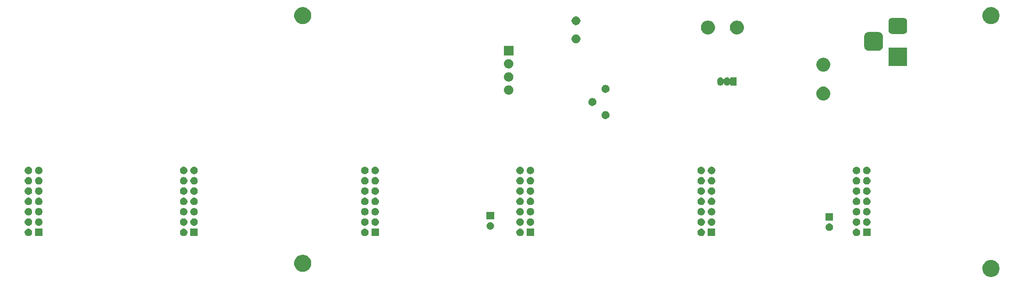
<source format=gbr>
G04 #@! TF.GenerationSoftware,KiCad,Pcbnew,(5.1.2-1)-1*
G04 #@! TF.CreationDate,2021-04-25T16:26:51+08:00*
G04 #@! TF.ProjectId,ESP32-Clock,45535033-322d-4436-9c6f-636b2e6b6963,rev?*
G04 #@! TF.SameCoordinates,Original*
G04 #@! TF.FileFunction,Soldermask,Bot*
G04 #@! TF.FilePolarity,Negative*
%FSLAX46Y46*%
G04 Gerber Fmt 4.6, Leading zero omitted, Abs format (unit mm)*
G04 Created by KiCad (PCBNEW (5.1.2-1)-1) date 2021-04-25 16:26:51*
%MOMM*%
%LPD*%
G04 APERTURE LIST*
%ADD10C,0.100000*%
G04 APERTURE END LIST*
D10*
G36*
X239375256Y-139391298D02*
G01*
X239481579Y-139412447D01*
X239782042Y-139536903D01*
X240052451Y-139717585D01*
X240282415Y-139947549D01*
X240463097Y-140217958D01*
X240572293Y-140481579D01*
X240587553Y-140518422D01*
X240639991Y-140782042D01*
X240651000Y-140837391D01*
X240651000Y-141162609D01*
X240587553Y-141481579D01*
X240463097Y-141782042D01*
X240282415Y-142052451D01*
X240052451Y-142282415D01*
X239782042Y-142463097D01*
X239481579Y-142587553D01*
X239375256Y-142608702D01*
X239162611Y-142651000D01*
X238837389Y-142651000D01*
X238624744Y-142608702D01*
X238518421Y-142587553D01*
X238217958Y-142463097D01*
X237947549Y-142282415D01*
X237717585Y-142052451D01*
X237536903Y-141782042D01*
X237412447Y-141481579D01*
X237349000Y-141162609D01*
X237349000Y-140837391D01*
X237360010Y-140782042D01*
X237412447Y-140518422D01*
X237427708Y-140481579D01*
X237536903Y-140217958D01*
X237717585Y-139947549D01*
X237947549Y-139717585D01*
X238217958Y-139536903D01*
X238518421Y-139412447D01*
X238624744Y-139391298D01*
X238837389Y-139349000D01*
X239162611Y-139349000D01*
X239375256Y-139391298D01*
X239375256Y-139391298D01*
G37*
G36*
X106375256Y-138391298D02*
G01*
X106481579Y-138412447D01*
X106782042Y-138536903D01*
X107052451Y-138717585D01*
X107282415Y-138947549D01*
X107282416Y-138947551D01*
X107463098Y-139217960D01*
X107587553Y-139518422D01*
X107651000Y-139837389D01*
X107651000Y-140162611D01*
X107639990Y-140217960D01*
X107587553Y-140481579D01*
X107463097Y-140782042D01*
X107282415Y-141052451D01*
X107052451Y-141282415D01*
X106782042Y-141463097D01*
X106481579Y-141587553D01*
X106375256Y-141608702D01*
X106162611Y-141651000D01*
X105837389Y-141651000D01*
X105624744Y-141608702D01*
X105518421Y-141587553D01*
X105217958Y-141463097D01*
X104947549Y-141282415D01*
X104717585Y-141052451D01*
X104536903Y-140782042D01*
X104412447Y-140481579D01*
X104360010Y-140217960D01*
X104349000Y-140162611D01*
X104349000Y-139837389D01*
X104412447Y-139518422D01*
X104536902Y-139217960D01*
X104717584Y-138947551D01*
X104717585Y-138947549D01*
X104947549Y-138717585D01*
X105217958Y-138536903D01*
X105518421Y-138412447D01*
X105624744Y-138391298D01*
X105837389Y-138349000D01*
X106162611Y-138349000D01*
X106375256Y-138391298D01*
X106375256Y-138391298D01*
G37*
G36*
X185726000Y-134726000D02*
G01*
X184274000Y-134726000D01*
X184274000Y-133274000D01*
X185726000Y-133274000D01*
X185726000Y-134726000D01*
X185726000Y-134726000D01*
G37*
G36*
X183071213Y-133277502D02*
G01*
X183142321Y-133284505D01*
X183279172Y-133326019D01*
X183279175Y-133326020D01*
X183405294Y-133393432D01*
X183515843Y-133484157D01*
X183606568Y-133594706D01*
X183673980Y-133720825D01*
X183673981Y-133720828D01*
X183715495Y-133857679D01*
X183729512Y-134000000D01*
X183715495Y-134142321D01*
X183673981Y-134279172D01*
X183673980Y-134279175D01*
X183606568Y-134405294D01*
X183515843Y-134515843D01*
X183405294Y-134606568D01*
X183279175Y-134673980D01*
X183279172Y-134673981D01*
X183142321Y-134715495D01*
X183071213Y-134722498D01*
X183035660Y-134726000D01*
X182964340Y-134726000D01*
X182928787Y-134722498D01*
X182857679Y-134715495D01*
X182720828Y-134673981D01*
X182720825Y-134673980D01*
X182594706Y-134606568D01*
X182484157Y-134515843D01*
X182393432Y-134405294D01*
X182326020Y-134279175D01*
X182326019Y-134279172D01*
X182284505Y-134142321D01*
X182270488Y-134000000D01*
X182284505Y-133857679D01*
X182326019Y-133720828D01*
X182326020Y-133720825D01*
X182393432Y-133594706D01*
X182484157Y-133484157D01*
X182594706Y-133393432D01*
X182720825Y-133326020D01*
X182720828Y-133326019D01*
X182857679Y-133284505D01*
X182928787Y-133277502D01*
X182964340Y-133274000D01*
X183035660Y-133274000D01*
X183071213Y-133277502D01*
X183071213Y-133277502D01*
G37*
G36*
X150726000Y-134726000D02*
G01*
X149274000Y-134726000D01*
X149274000Y-133274000D01*
X150726000Y-133274000D01*
X150726000Y-134726000D01*
X150726000Y-134726000D01*
G37*
G36*
X148071213Y-133277502D02*
G01*
X148142321Y-133284505D01*
X148279172Y-133326019D01*
X148279175Y-133326020D01*
X148405294Y-133393432D01*
X148515843Y-133484157D01*
X148606568Y-133594706D01*
X148673980Y-133720825D01*
X148673981Y-133720828D01*
X148715495Y-133857679D01*
X148729512Y-134000000D01*
X148715495Y-134142321D01*
X148673981Y-134279172D01*
X148673980Y-134279175D01*
X148606568Y-134405294D01*
X148515843Y-134515843D01*
X148405294Y-134606568D01*
X148279175Y-134673980D01*
X148279172Y-134673981D01*
X148142321Y-134715495D01*
X148071213Y-134722498D01*
X148035660Y-134726000D01*
X147964340Y-134726000D01*
X147928787Y-134722498D01*
X147857679Y-134715495D01*
X147720828Y-134673981D01*
X147720825Y-134673980D01*
X147594706Y-134606568D01*
X147484157Y-134515843D01*
X147393432Y-134405294D01*
X147326020Y-134279175D01*
X147326019Y-134279172D01*
X147284505Y-134142321D01*
X147270488Y-134000000D01*
X147284505Y-133857679D01*
X147326019Y-133720828D01*
X147326020Y-133720825D01*
X147393432Y-133594706D01*
X147484157Y-133484157D01*
X147594706Y-133393432D01*
X147720825Y-133326020D01*
X147720828Y-133326019D01*
X147857679Y-133284505D01*
X147928787Y-133277502D01*
X147964340Y-133274000D01*
X148035660Y-133274000D01*
X148071213Y-133277502D01*
X148071213Y-133277502D01*
G37*
G36*
X120726000Y-134726000D02*
G01*
X119274000Y-134726000D01*
X119274000Y-133274000D01*
X120726000Y-133274000D01*
X120726000Y-134726000D01*
X120726000Y-134726000D01*
G37*
G36*
X118071213Y-133277502D02*
G01*
X118142321Y-133284505D01*
X118279172Y-133326019D01*
X118279175Y-133326020D01*
X118405294Y-133393432D01*
X118515843Y-133484157D01*
X118606568Y-133594706D01*
X118673980Y-133720825D01*
X118673981Y-133720828D01*
X118715495Y-133857679D01*
X118729512Y-134000000D01*
X118715495Y-134142321D01*
X118673981Y-134279172D01*
X118673980Y-134279175D01*
X118606568Y-134405294D01*
X118515843Y-134515843D01*
X118405294Y-134606568D01*
X118279175Y-134673980D01*
X118279172Y-134673981D01*
X118142321Y-134715495D01*
X118071213Y-134722498D01*
X118035660Y-134726000D01*
X117964340Y-134726000D01*
X117928787Y-134722498D01*
X117857679Y-134715495D01*
X117720828Y-134673981D01*
X117720825Y-134673980D01*
X117594706Y-134606568D01*
X117484157Y-134515843D01*
X117393432Y-134405294D01*
X117326020Y-134279175D01*
X117326019Y-134279172D01*
X117284505Y-134142321D01*
X117270488Y-134000000D01*
X117284505Y-133857679D01*
X117326019Y-133720828D01*
X117326020Y-133720825D01*
X117393432Y-133594706D01*
X117484157Y-133484157D01*
X117594706Y-133393432D01*
X117720825Y-133326020D01*
X117720828Y-133326019D01*
X117857679Y-133284505D01*
X117928787Y-133277502D01*
X117964340Y-133274000D01*
X118035660Y-133274000D01*
X118071213Y-133277502D01*
X118071213Y-133277502D01*
G37*
G36*
X85726000Y-134726000D02*
G01*
X84274000Y-134726000D01*
X84274000Y-133274000D01*
X85726000Y-133274000D01*
X85726000Y-134726000D01*
X85726000Y-134726000D01*
G37*
G36*
X83071213Y-133277502D02*
G01*
X83142321Y-133284505D01*
X83279172Y-133326019D01*
X83279175Y-133326020D01*
X83405294Y-133393432D01*
X83515843Y-133484157D01*
X83606568Y-133594706D01*
X83673980Y-133720825D01*
X83673981Y-133720828D01*
X83715495Y-133857679D01*
X83729512Y-134000000D01*
X83715495Y-134142321D01*
X83673981Y-134279172D01*
X83673980Y-134279175D01*
X83606568Y-134405294D01*
X83515843Y-134515843D01*
X83405294Y-134606568D01*
X83279175Y-134673980D01*
X83279172Y-134673981D01*
X83142321Y-134715495D01*
X83071213Y-134722498D01*
X83035660Y-134726000D01*
X82964340Y-134726000D01*
X82928787Y-134722498D01*
X82857679Y-134715495D01*
X82720828Y-134673981D01*
X82720825Y-134673980D01*
X82594706Y-134606568D01*
X82484157Y-134515843D01*
X82393432Y-134405294D01*
X82326020Y-134279175D01*
X82326019Y-134279172D01*
X82284505Y-134142321D01*
X82270488Y-134000000D01*
X82284505Y-133857679D01*
X82326019Y-133720828D01*
X82326020Y-133720825D01*
X82393432Y-133594706D01*
X82484157Y-133484157D01*
X82594706Y-133393432D01*
X82720825Y-133326020D01*
X82720828Y-133326019D01*
X82857679Y-133284505D01*
X82928787Y-133277502D01*
X82964340Y-133274000D01*
X83035660Y-133274000D01*
X83071213Y-133277502D01*
X83071213Y-133277502D01*
G37*
G36*
X55726000Y-134726000D02*
G01*
X54274000Y-134726000D01*
X54274000Y-133274000D01*
X55726000Y-133274000D01*
X55726000Y-134726000D01*
X55726000Y-134726000D01*
G37*
G36*
X53071213Y-133277502D02*
G01*
X53142321Y-133284505D01*
X53279172Y-133326019D01*
X53279175Y-133326020D01*
X53405294Y-133393432D01*
X53515843Y-133484157D01*
X53606568Y-133594706D01*
X53673980Y-133720825D01*
X53673981Y-133720828D01*
X53715495Y-133857679D01*
X53729512Y-134000000D01*
X53715495Y-134142321D01*
X53673981Y-134279172D01*
X53673980Y-134279175D01*
X53606568Y-134405294D01*
X53515843Y-134515843D01*
X53405294Y-134606568D01*
X53279175Y-134673980D01*
X53279172Y-134673981D01*
X53142321Y-134715495D01*
X53071213Y-134722498D01*
X53035660Y-134726000D01*
X52964340Y-134726000D01*
X52928787Y-134722498D01*
X52857679Y-134715495D01*
X52720828Y-134673981D01*
X52720825Y-134673980D01*
X52594706Y-134606568D01*
X52484157Y-134515843D01*
X52393432Y-134405294D01*
X52326020Y-134279175D01*
X52326019Y-134279172D01*
X52284505Y-134142321D01*
X52270488Y-134000000D01*
X52284505Y-133857679D01*
X52326019Y-133720828D01*
X52326020Y-133720825D01*
X52393432Y-133594706D01*
X52484157Y-133484157D01*
X52594706Y-133393432D01*
X52720825Y-133326020D01*
X52720828Y-133326019D01*
X52857679Y-133284505D01*
X52928787Y-133277502D01*
X52964340Y-133274000D01*
X53035660Y-133274000D01*
X53071213Y-133277502D01*
X53071213Y-133277502D01*
G37*
G36*
X215726000Y-134726000D02*
G01*
X214274000Y-134726000D01*
X214274000Y-133274000D01*
X215726000Y-133274000D01*
X215726000Y-134726000D01*
X215726000Y-134726000D01*
G37*
G36*
X213071213Y-133277502D02*
G01*
X213142321Y-133284505D01*
X213279172Y-133326019D01*
X213279175Y-133326020D01*
X213405294Y-133393432D01*
X213515843Y-133484157D01*
X213606568Y-133594706D01*
X213673980Y-133720825D01*
X213673981Y-133720828D01*
X213715495Y-133857679D01*
X213729512Y-134000000D01*
X213715495Y-134142321D01*
X213673981Y-134279172D01*
X213673980Y-134279175D01*
X213606568Y-134405294D01*
X213515843Y-134515843D01*
X213405294Y-134606568D01*
X213279175Y-134673980D01*
X213279172Y-134673981D01*
X213142321Y-134715495D01*
X213071213Y-134722498D01*
X213035660Y-134726000D01*
X212964340Y-134726000D01*
X212928787Y-134722498D01*
X212857679Y-134715495D01*
X212720828Y-134673981D01*
X212720825Y-134673980D01*
X212594706Y-134606568D01*
X212484157Y-134515843D01*
X212393432Y-134405294D01*
X212326020Y-134279175D01*
X212326019Y-134279172D01*
X212284505Y-134142321D01*
X212270488Y-134000000D01*
X212284505Y-133857679D01*
X212326019Y-133720828D01*
X212326020Y-133720825D01*
X212393432Y-133594706D01*
X212484157Y-133484157D01*
X212594706Y-133393432D01*
X212720825Y-133326020D01*
X212720828Y-133326019D01*
X212857679Y-133284505D01*
X212928787Y-133277502D01*
X212964340Y-133274000D01*
X213035660Y-133274000D01*
X213071213Y-133277502D01*
X213071213Y-133277502D01*
G37*
G36*
X207821213Y-132277502D02*
G01*
X207892321Y-132284505D01*
X208029172Y-132326019D01*
X208029175Y-132326020D01*
X208155294Y-132393432D01*
X208265843Y-132484157D01*
X208356568Y-132594706D01*
X208423980Y-132720825D01*
X208423981Y-132720828D01*
X208465495Y-132857679D01*
X208479512Y-133000000D01*
X208465495Y-133142321D01*
X208461559Y-133155295D01*
X208423980Y-133279175D01*
X208356568Y-133405294D01*
X208265843Y-133515843D01*
X208155294Y-133606568D01*
X208029175Y-133673980D01*
X208029172Y-133673981D01*
X207892321Y-133715495D01*
X207821213Y-133722498D01*
X207785660Y-133726000D01*
X207714340Y-133726000D01*
X207678787Y-133722498D01*
X207607679Y-133715495D01*
X207470828Y-133673981D01*
X207470825Y-133673980D01*
X207344706Y-133606568D01*
X207234157Y-133515843D01*
X207143432Y-133405294D01*
X207076020Y-133279175D01*
X207038441Y-133155295D01*
X207034505Y-133142321D01*
X207020488Y-133000000D01*
X207034505Y-132857679D01*
X207076019Y-132720828D01*
X207076020Y-132720825D01*
X207143432Y-132594706D01*
X207234157Y-132484157D01*
X207344706Y-132393432D01*
X207470825Y-132326020D01*
X207470828Y-132326019D01*
X207607679Y-132284505D01*
X207678787Y-132277502D01*
X207714340Y-132274000D01*
X207785660Y-132274000D01*
X207821213Y-132277502D01*
X207821213Y-132277502D01*
G37*
G36*
X142321213Y-132027502D02*
G01*
X142392321Y-132034505D01*
X142529172Y-132076019D01*
X142529175Y-132076020D01*
X142655294Y-132143432D01*
X142765843Y-132234157D01*
X142856568Y-132344706D01*
X142923980Y-132470825D01*
X142923981Y-132470828D01*
X142965495Y-132607679D01*
X142979512Y-132750000D01*
X142965495Y-132892321D01*
X142932830Y-133000000D01*
X142923980Y-133029175D01*
X142856568Y-133155294D01*
X142765843Y-133265843D01*
X142655294Y-133356568D01*
X142529175Y-133423980D01*
X142529172Y-133423981D01*
X142392321Y-133465495D01*
X142321213Y-133472498D01*
X142285660Y-133476000D01*
X142214340Y-133476000D01*
X142178787Y-133472498D01*
X142107679Y-133465495D01*
X141970828Y-133423981D01*
X141970825Y-133423980D01*
X141844706Y-133356568D01*
X141734157Y-133265843D01*
X141643432Y-133155294D01*
X141576020Y-133029175D01*
X141567170Y-133000000D01*
X141534505Y-132892321D01*
X141520488Y-132750000D01*
X141534505Y-132607679D01*
X141576019Y-132470828D01*
X141576020Y-132470825D01*
X141643432Y-132344706D01*
X141734157Y-132234157D01*
X141844706Y-132143432D01*
X141970825Y-132076020D01*
X141970828Y-132076019D01*
X142107679Y-132034505D01*
X142178787Y-132027502D01*
X142214340Y-132024000D01*
X142285660Y-132024000D01*
X142321213Y-132027502D01*
X142321213Y-132027502D01*
G37*
G36*
X150071213Y-131277502D02*
G01*
X150142321Y-131284505D01*
X150279172Y-131326019D01*
X150279175Y-131326020D01*
X150405294Y-131393432D01*
X150515843Y-131484157D01*
X150606568Y-131594706D01*
X150673980Y-131720825D01*
X150673981Y-131720828D01*
X150715495Y-131857679D01*
X150729512Y-132000000D01*
X150715495Y-132142321D01*
X150687636Y-132234157D01*
X150673980Y-132279175D01*
X150606568Y-132405294D01*
X150515843Y-132515843D01*
X150405294Y-132606568D01*
X150279175Y-132673980D01*
X150279172Y-132673981D01*
X150142321Y-132715495D01*
X150071213Y-132722498D01*
X150035660Y-132726000D01*
X149964340Y-132726000D01*
X149928787Y-132722498D01*
X149857679Y-132715495D01*
X149720828Y-132673981D01*
X149720825Y-132673980D01*
X149594706Y-132606568D01*
X149484157Y-132515843D01*
X149393432Y-132405294D01*
X149326020Y-132279175D01*
X149312364Y-132234157D01*
X149284505Y-132142321D01*
X149270488Y-132000000D01*
X149284505Y-131857679D01*
X149326019Y-131720828D01*
X149326020Y-131720825D01*
X149393432Y-131594706D01*
X149484157Y-131484157D01*
X149594706Y-131393432D01*
X149720825Y-131326020D01*
X149720828Y-131326019D01*
X149857679Y-131284505D01*
X149928787Y-131277502D01*
X149964340Y-131274000D01*
X150035660Y-131274000D01*
X150071213Y-131277502D01*
X150071213Y-131277502D01*
G37*
G36*
X118071213Y-131277502D02*
G01*
X118142321Y-131284505D01*
X118279172Y-131326019D01*
X118279175Y-131326020D01*
X118405294Y-131393432D01*
X118515843Y-131484157D01*
X118606568Y-131594706D01*
X118673980Y-131720825D01*
X118673981Y-131720828D01*
X118715495Y-131857679D01*
X118729512Y-132000000D01*
X118715495Y-132142321D01*
X118687636Y-132234157D01*
X118673980Y-132279175D01*
X118606568Y-132405294D01*
X118515843Y-132515843D01*
X118405294Y-132606568D01*
X118279175Y-132673980D01*
X118279172Y-132673981D01*
X118142321Y-132715495D01*
X118071213Y-132722498D01*
X118035660Y-132726000D01*
X117964340Y-132726000D01*
X117928787Y-132722498D01*
X117857679Y-132715495D01*
X117720828Y-132673981D01*
X117720825Y-132673980D01*
X117594706Y-132606568D01*
X117484157Y-132515843D01*
X117393432Y-132405294D01*
X117326020Y-132279175D01*
X117312364Y-132234157D01*
X117284505Y-132142321D01*
X117270488Y-132000000D01*
X117284505Y-131857679D01*
X117326019Y-131720828D01*
X117326020Y-131720825D01*
X117393432Y-131594706D01*
X117484157Y-131484157D01*
X117594706Y-131393432D01*
X117720825Y-131326020D01*
X117720828Y-131326019D01*
X117857679Y-131284505D01*
X117928787Y-131277502D01*
X117964340Y-131274000D01*
X118035660Y-131274000D01*
X118071213Y-131277502D01*
X118071213Y-131277502D01*
G37*
G36*
X120071213Y-131277502D02*
G01*
X120142321Y-131284505D01*
X120279172Y-131326019D01*
X120279175Y-131326020D01*
X120405294Y-131393432D01*
X120515843Y-131484157D01*
X120606568Y-131594706D01*
X120673980Y-131720825D01*
X120673981Y-131720828D01*
X120715495Y-131857679D01*
X120729512Y-132000000D01*
X120715495Y-132142321D01*
X120687636Y-132234157D01*
X120673980Y-132279175D01*
X120606568Y-132405294D01*
X120515843Y-132515843D01*
X120405294Y-132606568D01*
X120279175Y-132673980D01*
X120279172Y-132673981D01*
X120142321Y-132715495D01*
X120071213Y-132722498D01*
X120035660Y-132726000D01*
X119964340Y-132726000D01*
X119928787Y-132722498D01*
X119857679Y-132715495D01*
X119720828Y-132673981D01*
X119720825Y-132673980D01*
X119594706Y-132606568D01*
X119484157Y-132515843D01*
X119393432Y-132405294D01*
X119326020Y-132279175D01*
X119312364Y-132234157D01*
X119284505Y-132142321D01*
X119270488Y-132000000D01*
X119284505Y-131857679D01*
X119326019Y-131720828D01*
X119326020Y-131720825D01*
X119393432Y-131594706D01*
X119484157Y-131484157D01*
X119594706Y-131393432D01*
X119720825Y-131326020D01*
X119720828Y-131326019D01*
X119857679Y-131284505D01*
X119928787Y-131277502D01*
X119964340Y-131274000D01*
X120035660Y-131274000D01*
X120071213Y-131277502D01*
X120071213Y-131277502D01*
G37*
G36*
X215071213Y-131277502D02*
G01*
X215142321Y-131284505D01*
X215279172Y-131326019D01*
X215279175Y-131326020D01*
X215405294Y-131393432D01*
X215515843Y-131484157D01*
X215606568Y-131594706D01*
X215673980Y-131720825D01*
X215673981Y-131720828D01*
X215715495Y-131857679D01*
X215729512Y-132000000D01*
X215715495Y-132142321D01*
X215687636Y-132234157D01*
X215673980Y-132279175D01*
X215606568Y-132405294D01*
X215515843Y-132515843D01*
X215405294Y-132606568D01*
X215279175Y-132673980D01*
X215279172Y-132673981D01*
X215142321Y-132715495D01*
X215071213Y-132722498D01*
X215035660Y-132726000D01*
X214964340Y-132726000D01*
X214928787Y-132722498D01*
X214857679Y-132715495D01*
X214720828Y-132673981D01*
X214720825Y-132673980D01*
X214594706Y-132606568D01*
X214484157Y-132515843D01*
X214393432Y-132405294D01*
X214326020Y-132279175D01*
X214312364Y-132234157D01*
X214284505Y-132142321D01*
X214270488Y-132000000D01*
X214284505Y-131857679D01*
X214326019Y-131720828D01*
X214326020Y-131720825D01*
X214393432Y-131594706D01*
X214484157Y-131484157D01*
X214594706Y-131393432D01*
X214720825Y-131326020D01*
X214720828Y-131326019D01*
X214857679Y-131284505D01*
X214928787Y-131277502D01*
X214964340Y-131274000D01*
X215035660Y-131274000D01*
X215071213Y-131277502D01*
X215071213Y-131277502D01*
G37*
G36*
X213071213Y-131277502D02*
G01*
X213142321Y-131284505D01*
X213279172Y-131326019D01*
X213279175Y-131326020D01*
X213405294Y-131393432D01*
X213515843Y-131484157D01*
X213606568Y-131594706D01*
X213673980Y-131720825D01*
X213673981Y-131720828D01*
X213715495Y-131857679D01*
X213729512Y-132000000D01*
X213715495Y-132142321D01*
X213687636Y-132234157D01*
X213673980Y-132279175D01*
X213606568Y-132405294D01*
X213515843Y-132515843D01*
X213405294Y-132606568D01*
X213279175Y-132673980D01*
X213279172Y-132673981D01*
X213142321Y-132715495D01*
X213071213Y-132722498D01*
X213035660Y-132726000D01*
X212964340Y-132726000D01*
X212928787Y-132722498D01*
X212857679Y-132715495D01*
X212720828Y-132673981D01*
X212720825Y-132673980D01*
X212594706Y-132606568D01*
X212484157Y-132515843D01*
X212393432Y-132405294D01*
X212326020Y-132279175D01*
X212312364Y-132234157D01*
X212284505Y-132142321D01*
X212270488Y-132000000D01*
X212284505Y-131857679D01*
X212326019Y-131720828D01*
X212326020Y-131720825D01*
X212393432Y-131594706D01*
X212484157Y-131484157D01*
X212594706Y-131393432D01*
X212720825Y-131326020D01*
X212720828Y-131326019D01*
X212857679Y-131284505D01*
X212928787Y-131277502D01*
X212964340Y-131274000D01*
X213035660Y-131274000D01*
X213071213Y-131277502D01*
X213071213Y-131277502D01*
G37*
G36*
X185071213Y-131277502D02*
G01*
X185142321Y-131284505D01*
X185279172Y-131326019D01*
X185279175Y-131326020D01*
X185405294Y-131393432D01*
X185515843Y-131484157D01*
X185606568Y-131594706D01*
X185673980Y-131720825D01*
X185673981Y-131720828D01*
X185715495Y-131857679D01*
X185729512Y-132000000D01*
X185715495Y-132142321D01*
X185687636Y-132234157D01*
X185673980Y-132279175D01*
X185606568Y-132405294D01*
X185515843Y-132515843D01*
X185405294Y-132606568D01*
X185279175Y-132673980D01*
X185279172Y-132673981D01*
X185142321Y-132715495D01*
X185071213Y-132722498D01*
X185035660Y-132726000D01*
X184964340Y-132726000D01*
X184928787Y-132722498D01*
X184857679Y-132715495D01*
X184720828Y-132673981D01*
X184720825Y-132673980D01*
X184594706Y-132606568D01*
X184484157Y-132515843D01*
X184393432Y-132405294D01*
X184326020Y-132279175D01*
X184312364Y-132234157D01*
X184284505Y-132142321D01*
X184270488Y-132000000D01*
X184284505Y-131857679D01*
X184326019Y-131720828D01*
X184326020Y-131720825D01*
X184393432Y-131594706D01*
X184484157Y-131484157D01*
X184594706Y-131393432D01*
X184720825Y-131326020D01*
X184720828Y-131326019D01*
X184857679Y-131284505D01*
X184928787Y-131277502D01*
X184964340Y-131274000D01*
X185035660Y-131274000D01*
X185071213Y-131277502D01*
X185071213Y-131277502D01*
G37*
G36*
X85071213Y-131277502D02*
G01*
X85142321Y-131284505D01*
X85279172Y-131326019D01*
X85279175Y-131326020D01*
X85405294Y-131393432D01*
X85515843Y-131484157D01*
X85606568Y-131594706D01*
X85673980Y-131720825D01*
X85673981Y-131720828D01*
X85715495Y-131857679D01*
X85729512Y-132000000D01*
X85715495Y-132142321D01*
X85687636Y-132234157D01*
X85673980Y-132279175D01*
X85606568Y-132405294D01*
X85515843Y-132515843D01*
X85405294Y-132606568D01*
X85279175Y-132673980D01*
X85279172Y-132673981D01*
X85142321Y-132715495D01*
X85071213Y-132722498D01*
X85035660Y-132726000D01*
X84964340Y-132726000D01*
X84928787Y-132722498D01*
X84857679Y-132715495D01*
X84720828Y-132673981D01*
X84720825Y-132673980D01*
X84594706Y-132606568D01*
X84484157Y-132515843D01*
X84393432Y-132405294D01*
X84326020Y-132279175D01*
X84312364Y-132234157D01*
X84284505Y-132142321D01*
X84270488Y-132000000D01*
X84284505Y-131857679D01*
X84326019Y-131720828D01*
X84326020Y-131720825D01*
X84393432Y-131594706D01*
X84484157Y-131484157D01*
X84594706Y-131393432D01*
X84720825Y-131326020D01*
X84720828Y-131326019D01*
X84857679Y-131284505D01*
X84928787Y-131277502D01*
X84964340Y-131274000D01*
X85035660Y-131274000D01*
X85071213Y-131277502D01*
X85071213Y-131277502D01*
G37*
G36*
X83071213Y-131277502D02*
G01*
X83142321Y-131284505D01*
X83279172Y-131326019D01*
X83279175Y-131326020D01*
X83405294Y-131393432D01*
X83515843Y-131484157D01*
X83606568Y-131594706D01*
X83673980Y-131720825D01*
X83673981Y-131720828D01*
X83715495Y-131857679D01*
X83729512Y-132000000D01*
X83715495Y-132142321D01*
X83687636Y-132234157D01*
X83673980Y-132279175D01*
X83606568Y-132405294D01*
X83515843Y-132515843D01*
X83405294Y-132606568D01*
X83279175Y-132673980D01*
X83279172Y-132673981D01*
X83142321Y-132715495D01*
X83071213Y-132722498D01*
X83035660Y-132726000D01*
X82964340Y-132726000D01*
X82928787Y-132722498D01*
X82857679Y-132715495D01*
X82720828Y-132673981D01*
X82720825Y-132673980D01*
X82594706Y-132606568D01*
X82484157Y-132515843D01*
X82393432Y-132405294D01*
X82326020Y-132279175D01*
X82312364Y-132234157D01*
X82284505Y-132142321D01*
X82270488Y-132000000D01*
X82284505Y-131857679D01*
X82326019Y-131720828D01*
X82326020Y-131720825D01*
X82393432Y-131594706D01*
X82484157Y-131484157D01*
X82594706Y-131393432D01*
X82720825Y-131326020D01*
X82720828Y-131326019D01*
X82857679Y-131284505D01*
X82928787Y-131277502D01*
X82964340Y-131274000D01*
X83035660Y-131274000D01*
X83071213Y-131277502D01*
X83071213Y-131277502D01*
G37*
G36*
X183071213Y-131277502D02*
G01*
X183142321Y-131284505D01*
X183279172Y-131326019D01*
X183279175Y-131326020D01*
X183405294Y-131393432D01*
X183515843Y-131484157D01*
X183606568Y-131594706D01*
X183673980Y-131720825D01*
X183673981Y-131720828D01*
X183715495Y-131857679D01*
X183729512Y-132000000D01*
X183715495Y-132142321D01*
X183687636Y-132234157D01*
X183673980Y-132279175D01*
X183606568Y-132405294D01*
X183515843Y-132515843D01*
X183405294Y-132606568D01*
X183279175Y-132673980D01*
X183279172Y-132673981D01*
X183142321Y-132715495D01*
X183071213Y-132722498D01*
X183035660Y-132726000D01*
X182964340Y-132726000D01*
X182928787Y-132722498D01*
X182857679Y-132715495D01*
X182720828Y-132673981D01*
X182720825Y-132673980D01*
X182594706Y-132606568D01*
X182484157Y-132515843D01*
X182393432Y-132405294D01*
X182326020Y-132279175D01*
X182312364Y-132234157D01*
X182284505Y-132142321D01*
X182270488Y-132000000D01*
X182284505Y-131857679D01*
X182326019Y-131720828D01*
X182326020Y-131720825D01*
X182393432Y-131594706D01*
X182484157Y-131484157D01*
X182594706Y-131393432D01*
X182720825Y-131326020D01*
X182720828Y-131326019D01*
X182857679Y-131284505D01*
X182928787Y-131277502D01*
X182964340Y-131274000D01*
X183035660Y-131274000D01*
X183071213Y-131277502D01*
X183071213Y-131277502D01*
G37*
G36*
X148071213Y-131277502D02*
G01*
X148142321Y-131284505D01*
X148279172Y-131326019D01*
X148279175Y-131326020D01*
X148405294Y-131393432D01*
X148515843Y-131484157D01*
X148606568Y-131594706D01*
X148673980Y-131720825D01*
X148673981Y-131720828D01*
X148715495Y-131857679D01*
X148729512Y-132000000D01*
X148715495Y-132142321D01*
X148687636Y-132234157D01*
X148673980Y-132279175D01*
X148606568Y-132405294D01*
X148515843Y-132515843D01*
X148405294Y-132606568D01*
X148279175Y-132673980D01*
X148279172Y-132673981D01*
X148142321Y-132715495D01*
X148071213Y-132722498D01*
X148035660Y-132726000D01*
X147964340Y-132726000D01*
X147928787Y-132722498D01*
X147857679Y-132715495D01*
X147720828Y-132673981D01*
X147720825Y-132673980D01*
X147594706Y-132606568D01*
X147484157Y-132515843D01*
X147393432Y-132405294D01*
X147326020Y-132279175D01*
X147312364Y-132234157D01*
X147284505Y-132142321D01*
X147270488Y-132000000D01*
X147284505Y-131857679D01*
X147326019Y-131720828D01*
X147326020Y-131720825D01*
X147393432Y-131594706D01*
X147484157Y-131484157D01*
X147594706Y-131393432D01*
X147720825Y-131326020D01*
X147720828Y-131326019D01*
X147857679Y-131284505D01*
X147928787Y-131277502D01*
X147964340Y-131274000D01*
X148035660Y-131274000D01*
X148071213Y-131277502D01*
X148071213Y-131277502D01*
G37*
G36*
X55071213Y-131277502D02*
G01*
X55142321Y-131284505D01*
X55279172Y-131326019D01*
X55279175Y-131326020D01*
X55405294Y-131393432D01*
X55515843Y-131484157D01*
X55606568Y-131594706D01*
X55673980Y-131720825D01*
X55673981Y-131720828D01*
X55715495Y-131857679D01*
X55729512Y-132000000D01*
X55715495Y-132142321D01*
X55687636Y-132234157D01*
X55673980Y-132279175D01*
X55606568Y-132405294D01*
X55515843Y-132515843D01*
X55405294Y-132606568D01*
X55279175Y-132673980D01*
X55279172Y-132673981D01*
X55142321Y-132715495D01*
X55071213Y-132722498D01*
X55035660Y-132726000D01*
X54964340Y-132726000D01*
X54928787Y-132722498D01*
X54857679Y-132715495D01*
X54720828Y-132673981D01*
X54720825Y-132673980D01*
X54594706Y-132606568D01*
X54484157Y-132515843D01*
X54393432Y-132405294D01*
X54326020Y-132279175D01*
X54312364Y-132234157D01*
X54284505Y-132142321D01*
X54270488Y-132000000D01*
X54284505Y-131857679D01*
X54326019Y-131720828D01*
X54326020Y-131720825D01*
X54393432Y-131594706D01*
X54484157Y-131484157D01*
X54594706Y-131393432D01*
X54720825Y-131326020D01*
X54720828Y-131326019D01*
X54857679Y-131284505D01*
X54928787Y-131277502D01*
X54964340Y-131274000D01*
X55035660Y-131274000D01*
X55071213Y-131277502D01*
X55071213Y-131277502D01*
G37*
G36*
X53071213Y-131277502D02*
G01*
X53142321Y-131284505D01*
X53279172Y-131326019D01*
X53279175Y-131326020D01*
X53405294Y-131393432D01*
X53515843Y-131484157D01*
X53606568Y-131594706D01*
X53673980Y-131720825D01*
X53673981Y-131720828D01*
X53715495Y-131857679D01*
X53729512Y-132000000D01*
X53715495Y-132142321D01*
X53687636Y-132234157D01*
X53673980Y-132279175D01*
X53606568Y-132405294D01*
X53515843Y-132515843D01*
X53405294Y-132606568D01*
X53279175Y-132673980D01*
X53279172Y-132673981D01*
X53142321Y-132715495D01*
X53071213Y-132722498D01*
X53035660Y-132726000D01*
X52964340Y-132726000D01*
X52928787Y-132722498D01*
X52857679Y-132715495D01*
X52720828Y-132673981D01*
X52720825Y-132673980D01*
X52594706Y-132606568D01*
X52484157Y-132515843D01*
X52393432Y-132405294D01*
X52326020Y-132279175D01*
X52312364Y-132234157D01*
X52284505Y-132142321D01*
X52270488Y-132000000D01*
X52284505Y-131857679D01*
X52326019Y-131720828D01*
X52326020Y-131720825D01*
X52393432Y-131594706D01*
X52484157Y-131484157D01*
X52594706Y-131393432D01*
X52720825Y-131326020D01*
X52720828Y-131326019D01*
X52857679Y-131284505D01*
X52928787Y-131277502D01*
X52964340Y-131274000D01*
X53035660Y-131274000D01*
X53071213Y-131277502D01*
X53071213Y-131277502D01*
G37*
G36*
X208476000Y-131726000D02*
G01*
X207024000Y-131726000D01*
X207024000Y-130274000D01*
X208476000Y-130274000D01*
X208476000Y-131726000D01*
X208476000Y-131726000D01*
G37*
G36*
X142976000Y-131476000D02*
G01*
X141524000Y-131476000D01*
X141524000Y-130024000D01*
X142976000Y-130024000D01*
X142976000Y-131476000D01*
X142976000Y-131476000D01*
G37*
G36*
X183071213Y-129277502D02*
G01*
X183142321Y-129284505D01*
X183279172Y-129326019D01*
X183279175Y-129326020D01*
X183405294Y-129393432D01*
X183515843Y-129484157D01*
X183606568Y-129594706D01*
X183673980Y-129720825D01*
X183673981Y-129720828D01*
X183715495Y-129857679D01*
X183729512Y-130000000D01*
X183715495Y-130142321D01*
X183675550Y-130274000D01*
X183673980Y-130279175D01*
X183606568Y-130405294D01*
X183515843Y-130515843D01*
X183405294Y-130606568D01*
X183279175Y-130673980D01*
X183279172Y-130673981D01*
X183142321Y-130715495D01*
X183071213Y-130722498D01*
X183035660Y-130726000D01*
X182964340Y-130726000D01*
X182928787Y-130722498D01*
X182857679Y-130715495D01*
X182720828Y-130673981D01*
X182720825Y-130673980D01*
X182594706Y-130606568D01*
X182484157Y-130515843D01*
X182393432Y-130405294D01*
X182326020Y-130279175D01*
X182324450Y-130274000D01*
X182284505Y-130142321D01*
X182270488Y-130000000D01*
X182284505Y-129857679D01*
X182326019Y-129720828D01*
X182326020Y-129720825D01*
X182393432Y-129594706D01*
X182484157Y-129484157D01*
X182594706Y-129393432D01*
X182720825Y-129326020D01*
X182720828Y-129326019D01*
X182857679Y-129284505D01*
X182928787Y-129277502D01*
X182964340Y-129274000D01*
X183035660Y-129274000D01*
X183071213Y-129277502D01*
X183071213Y-129277502D01*
G37*
G36*
X185071213Y-129277502D02*
G01*
X185142321Y-129284505D01*
X185279172Y-129326019D01*
X185279175Y-129326020D01*
X185405294Y-129393432D01*
X185515843Y-129484157D01*
X185606568Y-129594706D01*
X185673980Y-129720825D01*
X185673981Y-129720828D01*
X185715495Y-129857679D01*
X185729512Y-130000000D01*
X185715495Y-130142321D01*
X185675550Y-130274000D01*
X185673980Y-130279175D01*
X185606568Y-130405294D01*
X185515843Y-130515843D01*
X185405294Y-130606568D01*
X185279175Y-130673980D01*
X185279172Y-130673981D01*
X185142321Y-130715495D01*
X185071213Y-130722498D01*
X185035660Y-130726000D01*
X184964340Y-130726000D01*
X184928787Y-130722498D01*
X184857679Y-130715495D01*
X184720828Y-130673981D01*
X184720825Y-130673980D01*
X184594706Y-130606568D01*
X184484157Y-130515843D01*
X184393432Y-130405294D01*
X184326020Y-130279175D01*
X184324450Y-130274000D01*
X184284505Y-130142321D01*
X184270488Y-130000000D01*
X184284505Y-129857679D01*
X184326019Y-129720828D01*
X184326020Y-129720825D01*
X184393432Y-129594706D01*
X184484157Y-129484157D01*
X184594706Y-129393432D01*
X184720825Y-129326020D01*
X184720828Y-129326019D01*
X184857679Y-129284505D01*
X184928787Y-129277502D01*
X184964340Y-129274000D01*
X185035660Y-129274000D01*
X185071213Y-129277502D01*
X185071213Y-129277502D01*
G37*
G36*
X120071213Y-129277502D02*
G01*
X120142321Y-129284505D01*
X120279172Y-129326019D01*
X120279175Y-129326020D01*
X120405294Y-129393432D01*
X120515843Y-129484157D01*
X120606568Y-129594706D01*
X120673980Y-129720825D01*
X120673981Y-129720828D01*
X120715495Y-129857679D01*
X120729512Y-130000000D01*
X120715495Y-130142321D01*
X120675550Y-130274000D01*
X120673980Y-130279175D01*
X120606568Y-130405294D01*
X120515843Y-130515843D01*
X120405294Y-130606568D01*
X120279175Y-130673980D01*
X120279172Y-130673981D01*
X120142321Y-130715495D01*
X120071213Y-130722498D01*
X120035660Y-130726000D01*
X119964340Y-130726000D01*
X119928787Y-130722498D01*
X119857679Y-130715495D01*
X119720828Y-130673981D01*
X119720825Y-130673980D01*
X119594706Y-130606568D01*
X119484157Y-130515843D01*
X119393432Y-130405294D01*
X119326020Y-130279175D01*
X119324450Y-130274000D01*
X119284505Y-130142321D01*
X119270488Y-130000000D01*
X119284505Y-129857679D01*
X119326019Y-129720828D01*
X119326020Y-129720825D01*
X119393432Y-129594706D01*
X119484157Y-129484157D01*
X119594706Y-129393432D01*
X119720825Y-129326020D01*
X119720828Y-129326019D01*
X119857679Y-129284505D01*
X119928787Y-129277502D01*
X119964340Y-129274000D01*
X120035660Y-129274000D01*
X120071213Y-129277502D01*
X120071213Y-129277502D01*
G37*
G36*
X118071213Y-129277502D02*
G01*
X118142321Y-129284505D01*
X118279172Y-129326019D01*
X118279175Y-129326020D01*
X118405294Y-129393432D01*
X118515843Y-129484157D01*
X118606568Y-129594706D01*
X118673980Y-129720825D01*
X118673981Y-129720828D01*
X118715495Y-129857679D01*
X118729512Y-130000000D01*
X118715495Y-130142321D01*
X118675550Y-130274000D01*
X118673980Y-130279175D01*
X118606568Y-130405294D01*
X118515843Y-130515843D01*
X118405294Y-130606568D01*
X118279175Y-130673980D01*
X118279172Y-130673981D01*
X118142321Y-130715495D01*
X118071213Y-130722498D01*
X118035660Y-130726000D01*
X117964340Y-130726000D01*
X117928787Y-130722498D01*
X117857679Y-130715495D01*
X117720828Y-130673981D01*
X117720825Y-130673980D01*
X117594706Y-130606568D01*
X117484157Y-130515843D01*
X117393432Y-130405294D01*
X117326020Y-130279175D01*
X117324450Y-130274000D01*
X117284505Y-130142321D01*
X117270488Y-130000000D01*
X117284505Y-129857679D01*
X117326019Y-129720828D01*
X117326020Y-129720825D01*
X117393432Y-129594706D01*
X117484157Y-129484157D01*
X117594706Y-129393432D01*
X117720825Y-129326020D01*
X117720828Y-129326019D01*
X117857679Y-129284505D01*
X117928787Y-129277502D01*
X117964340Y-129274000D01*
X118035660Y-129274000D01*
X118071213Y-129277502D01*
X118071213Y-129277502D01*
G37*
G36*
X150071213Y-129277502D02*
G01*
X150142321Y-129284505D01*
X150279172Y-129326019D01*
X150279175Y-129326020D01*
X150405294Y-129393432D01*
X150515843Y-129484157D01*
X150606568Y-129594706D01*
X150673980Y-129720825D01*
X150673981Y-129720828D01*
X150715495Y-129857679D01*
X150729512Y-130000000D01*
X150715495Y-130142321D01*
X150675550Y-130274000D01*
X150673980Y-130279175D01*
X150606568Y-130405294D01*
X150515843Y-130515843D01*
X150405294Y-130606568D01*
X150279175Y-130673980D01*
X150279172Y-130673981D01*
X150142321Y-130715495D01*
X150071213Y-130722498D01*
X150035660Y-130726000D01*
X149964340Y-130726000D01*
X149928787Y-130722498D01*
X149857679Y-130715495D01*
X149720828Y-130673981D01*
X149720825Y-130673980D01*
X149594706Y-130606568D01*
X149484157Y-130515843D01*
X149393432Y-130405294D01*
X149326020Y-130279175D01*
X149324450Y-130274000D01*
X149284505Y-130142321D01*
X149270488Y-130000000D01*
X149284505Y-129857679D01*
X149326019Y-129720828D01*
X149326020Y-129720825D01*
X149393432Y-129594706D01*
X149484157Y-129484157D01*
X149594706Y-129393432D01*
X149720825Y-129326020D01*
X149720828Y-129326019D01*
X149857679Y-129284505D01*
X149928787Y-129277502D01*
X149964340Y-129274000D01*
X150035660Y-129274000D01*
X150071213Y-129277502D01*
X150071213Y-129277502D01*
G37*
G36*
X148071213Y-129277502D02*
G01*
X148142321Y-129284505D01*
X148279172Y-129326019D01*
X148279175Y-129326020D01*
X148405294Y-129393432D01*
X148515843Y-129484157D01*
X148606568Y-129594706D01*
X148673980Y-129720825D01*
X148673981Y-129720828D01*
X148715495Y-129857679D01*
X148729512Y-130000000D01*
X148715495Y-130142321D01*
X148675550Y-130274000D01*
X148673980Y-130279175D01*
X148606568Y-130405294D01*
X148515843Y-130515843D01*
X148405294Y-130606568D01*
X148279175Y-130673980D01*
X148279172Y-130673981D01*
X148142321Y-130715495D01*
X148071213Y-130722498D01*
X148035660Y-130726000D01*
X147964340Y-130726000D01*
X147928787Y-130722498D01*
X147857679Y-130715495D01*
X147720828Y-130673981D01*
X147720825Y-130673980D01*
X147594706Y-130606568D01*
X147484157Y-130515843D01*
X147393432Y-130405294D01*
X147326020Y-130279175D01*
X147324450Y-130274000D01*
X147284505Y-130142321D01*
X147270488Y-130000000D01*
X147284505Y-129857679D01*
X147326019Y-129720828D01*
X147326020Y-129720825D01*
X147393432Y-129594706D01*
X147484157Y-129484157D01*
X147594706Y-129393432D01*
X147720825Y-129326020D01*
X147720828Y-129326019D01*
X147857679Y-129284505D01*
X147928787Y-129277502D01*
X147964340Y-129274000D01*
X148035660Y-129274000D01*
X148071213Y-129277502D01*
X148071213Y-129277502D01*
G37*
G36*
X85071213Y-129277502D02*
G01*
X85142321Y-129284505D01*
X85279172Y-129326019D01*
X85279175Y-129326020D01*
X85405294Y-129393432D01*
X85515843Y-129484157D01*
X85606568Y-129594706D01*
X85673980Y-129720825D01*
X85673981Y-129720828D01*
X85715495Y-129857679D01*
X85729512Y-130000000D01*
X85715495Y-130142321D01*
X85675550Y-130274000D01*
X85673980Y-130279175D01*
X85606568Y-130405294D01*
X85515843Y-130515843D01*
X85405294Y-130606568D01*
X85279175Y-130673980D01*
X85279172Y-130673981D01*
X85142321Y-130715495D01*
X85071213Y-130722498D01*
X85035660Y-130726000D01*
X84964340Y-130726000D01*
X84928787Y-130722498D01*
X84857679Y-130715495D01*
X84720828Y-130673981D01*
X84720825Y-130673980D01*
X84594706Y-130606568D01*
X84484157Y-130515843D01*
X84393432Y-130405294D01*
X84326020Y-130279175D01*
X84324450Y-130274000D01*
X84284505Y-130142321D01*
X84270488Y-130000000D01*
X84284505Y-129857679D01*
X84326019Y-129720828D01*
X84326020Y-129720825D01*
X84393432Y-129594706D01*
X84484157Y-129484157D01*
X84594706Y-129393432D01*
X84720825Y-129326020D01*
X84720828Y-129326019D01*
X84857679Y-129284505D01*
X84928787Y-129277502D01*
X84964340Y-129274000D01*
X85035660Y-129274000D01*
X85071213Y-129277502D01*
X85071213Y-129277502D01*
G37*
G36*
X83071213Y-129277502D02*
G01*
X83142321Y-129284505D01*
X83279172Y-129326019D01*
X83279175Y-129326020D01*
X83405294Y-129393432D01*
X83515843Y-129484157D01*
X83606568Y-129594706D01*
X83673980Y-129720825D01*
X83673981Y-129720828D01*
X83715495Y-129857679D01*
X83729512Y-130000000D01*
X83715495Y-130142321D01*
X83675550Y-130274000D01*
X83673980Y-130279175D01*
X83606568Y-130405294D01*
X83515843Y-130515843D01*
X83405294Y-130606568D01*
X83279175Y-130673980D01*
X83279172Y-130673981D01*
X83142321Y-130715495D01*
X83071213Y-130722498D01*
X83035660Y-130726000D01*
X82964340Y-130726000D01*
X82928787Y-130722498D01*
X82857679Y-130715495D01*
X82720828Y-130673981D01*
X82720825Y-130673980D01*
X82594706Y-130606568D01*
X82484157Y-130515843D01*
X82393432Y-130405294D01*
X82326020Y-130279175D01*
X82324450Y-130274000D01*
X82284505Y-130142321D01*
X82270488Y-130000000D01*
X82284505Y-129857679D01*
X82326019Y-129720828D01*
X82326020Y-129720825D01*
X82393432Y-129594706D01*
X82484157Y-129484157D01*
X82594706Y-129393432D01*
X82720825Y-129326020D01*
X82720828Y-129326019D01*
X82857679Y-129284505D01*
X82928787Y-129277502D01*
X82964340Y-129274000D01*
X83035660Y-129274000D01*
X83071213Y-129277502D01*
X83071213Y-129277502D01*
G37*
G36*
X55071213Y-129277502D02*
G01*
X55142321Y-129284505D01*
X55279172Y-129326019D01*
X55279175Y-129326020D01*
X55405294Y-129393432D01*
X55515843Y-129484157D01*
X55606568Y-129594706D01*
X55673980Y-129720825D01*
X55673981Y-129720828D01*
X55715495Y-129857679D01*
X55729512Y-130000000D01*
X55715495Y-130142321D01*
X55675550Y-130274000D01*
X55673980Y-130279175D01*
X55606568Y-130405294D01*
X55515843Y-130515843D01*
X55405294Y-130606568D01*
X55279175Y-130673980D01*
X55279172Y-130673981D01*
X55142321Y-130715495D01*
X55071213Y-130722498D01*
X55035660Y-130726000D01*
X54964340Y-130726000D01*
X54928787Y-130722498D01*
X54857679Y-130715495D01*
X54720828Y-130673981D01*
X54720825Y-130673980D01*
X54594706Y-130606568D01*
X54484157Y-130515843D01*
X54393432Y-130405294D01*
X54326020Y-130279175D01*
X54324450Y-130274000D01*
X54284505Y-130142321D01*
X54270488Y-130000000D01*
X54284505Y-129857679D01*
X54326019Y-129720828D01*
X54326020Y-129720825D01*
X54393432Y-129594706D01*
X54484157Y-129484157D01*
X54594706Y-129393432D01*
X54720825Y-129326020D01*
X54720828Y-129326019D01*
X54857679Y-129284505D01*
X54928787Y-129277502D01*
X54964340Y-129274000D01*
X55035660Y-129274000D01*
X55071213Y-129277502D01*
X55071213Y-129277502D01*
G37*
G36*
X53071213Y-129277502D02*
G01*
X53142321Y-129284505D01*
X53279172Y-129326019D01*
X53279175Y-129326020D01*
X53405294Y-129393432D01*
X53515843Y-129484157D01*
X53606568Y-129594706D01*
X53673980Y-129720825D01*
X53673981Y-129720828D01*
X53715495Y-129857679D01*
X53729512Y-130000000D01*
X53715495Y-130142321D01*
X53675550Y-130274000D01*
X53673980Y-130279175D01*
X53606568Y-130405294D01*
X53515843Y-130515843D01*
X53405294Y-130606568D01*
X53279175Y-130673980D01*
X53279172Y-130673981D01*
X53142321Y-130715495D01*
X53071213Y-130722498D01*
X53035660Y-130726000D01*
X52964340Y-130726000D01*
X52928787Y-130722498D01*
X52857679Y-130715495D01*
X52720828Y-130673981D01*
X52720825Y-130673980D01*
X52594706Y-130606568D01*
X52484157Y-130515843D01*
X52393432Y-130405294D01*
X52326020Y-130279175D01*
X52324450Y-130274000D01*
X52284505Y-130142321D01*
X52270488Y-130000000D01*
X52284505Y-129857679D01*
X52326019Y-129720828D01*
X52326020Y-129720825D01*
X52393432Y-129594706D01*
X52484157Y-129484157D01*
X52594706Y-129393432D01*
X52720825Y-129326020D01*
X52720828Y-129326019D01*
X52857679Y-129284505D01*
X52928787Y-129277502D01*
X52964340Y-129274000D01*
X53035660Y-129274000D01*
X53071213Y-129277502D01*
X53071213Y-129277502D01*
G37*
G36*
X213071213Y-129277502D02*
G01*
X213142321Y-129284505D01*
X213279172Y-129326019D01*
X213279175Y-129326020D01*
X213405294Y-129393432D01*
X213515843Y-129484157D01*
X213606568Y-129594706D01*
X213673980Y-129720825D01*
X213673981Y-129720828D01*
X213715495Y-129857679D01*
X213729512Y-130000000D01*
X213715495Y-130142321D01*
X213675550Y-130274000D01*
X213673980Y-130279175D01*
X213606568Y-130405294D01*
X213515843Y-130515843D01*
X213405294Y-130606568D01*
X213279175Y-130673980D01*
X213279172Y-130673981D01*
X213142321Y-130715495D01*
X213071213Y-130722498D01*
X213035660Y-130726000D01*
X212964340Y-130726000D01*
X212928787Y-130722498D01*
X212857679Y-130715495D01*
X212720828Y-130673981D01*
X212720825Y-130673980D01*
X212594706Y-130606568D01*
X212484157Y-130515843D01*
X212393432Y-130405294D01*
X212326020Y-130279175D01*
X212324450Y-130274000D01*
X212284505Y-130142321D01*
X212270488Y-130000000D01*
X212284505Y-129857679D01*
X212326019Y-129720828D01*
X212326020Y-129720825D01*
X212393432Y-129594706D01*
X212484157Y-129484157D01*
X212594706Y-129393432D01*
X212720825Y-129326020D01*
X212720828Y-129326019D01*
X212857679Y-129284505D01*
X212928787Y-129277502D01*
X212964340Y-129274000D01*
X213035660Y-129274000D01*
X213071213Y-129277502D01*
X213071213Y-129277502D01*
G37*
G36*
X215071213Y-129277502D02*
G01*
X215142321Y-129284505D01*
X215279172Y-129326019D01*
X215279175Y-129326020D01*
X215405294Y-129393432D01*
X215515843Y-129484157D01*
X215606568Y-129594706D01*
X215673980Y-129720825D01*
X215673981Y-129720828D01*
X215715495Y-129857679D01*
X215729512Y-130000000D01*
X215715495Y-130142321D01*
X215675550Y-130274000D01*
X215673980Y-130279175D01*
X215606568Y-130405294D01*
X215515843Y-130515843D01*
X215405294Y-130606568D01*
X215279175Y-130673980D01*
X215279172Y-130673981D01*
X215142321Y-130715495D01*
X215071213Y-130722498D01*
X215035660Y-130726000D01*
X214964340Y-130726000D01*
X214928787Y-130722498D01*
X214857679Y-130715495D01*
X214720828Y-130673981D01*
X214720825Y-130673980D01*
X214594706Y-130606568D01*
X214484157Y-130515843D01*
X214393432Y-130405294D01*
X214326020Y-130279175D01*
X214324450Y-130274000D01*
X214284505Y-130142321D01*
X214270488Y-130000000D01*
X214284505Y-129857679D01*
X214326019Y-129720828D01*
X214326020Y-129720825D01*
X214393432Y-129594706D01*
X214484157Y-129484157D01*
X214594706Y-129393432D01*
X214720825Y-129326020D01*
X214720828Y-129326019D01*
X214857679Y-129284505D01*
X214928787Y-129277502D01*
X214964340Y-129274000D01*
X215035660Y-129274000D01*
X215071213Y-129277502D01*
X215071213Y-129277502D01*
G37*
G36*
X150071213Y-127277502D02*
G01*
X150142321Y-127284505D01*
X150279172Y-127326019D01*
X150279175Y-127326020D01*
X150405294Y-127393432D01*
X150515843Y-127484157D01*
X150606568Y-127594706D01*
X150673980Y-127720825D01*
X150673981Y-127720828D01*
X150715495Y-127857679D01*
X150729512Y-128000000D01*
X150715495Y-128142321D01*
X150673981Y-128279172D01*
X150673980Y-128279175D01*
X150606568Y-128405294D01*
X150515843Y-128515843D01*
X150405294Y-128606568D01*
X150279175Y-128673980D01*
X150279172Y-128673981D01*
X150142321Y-128715495D01*
X150071213Y-128722498D01*
X150035660Y-128726000D01*
X149964340Y-128726000D01*
X149928787Y-128722498D01*
X149857679Y-128715495D01*
X149720828Y-128673981D01*
X149720825Y-128673980D01*
X149594706Y-128606568D01*
X149484157Y-128515843D01*
X149393432Y-128405294D01*
X149326020Y-128279175D01*
X149326019Y-128279172D01*
X149284505Y-128142321D01*
X149270488Y-128000000D01*
X149284505Y-127857679D01*
X149326019Y-127720828D01*
X149326020Y-127720825D01*
X149393432Y-127594706D01*
X149484157Y-127484157D01*
X149594706Y-127393432D01*
X149720825Y-127326020D01*
X149720828Y-127326019D01*
X149857679Y-127284505D01*
X149928787Y-127277502D01*
X149964340Y-127274000D01*
X150035660Y-127274000D01*
X150071213Y-127277502D01*
X150071213Y-127277502D01*
G37*
G36*
X148071213Y-127277502D02*
G01*
X148142321Y-127284505D01*
X148279172Y-127326019D01*
X148279175Y-127326020D01*
X148405294Y-127393432D01*
X148515843Y-127484157D01*
X148606568Y-127594706D01*
X148673980Y-127720825D01*
X148673981Y-127720828D01*
X148715495Y-127857679D01*
X148729512Y-128000000D01*
X148715495Y-128142321D01*
X148673981Y-128279172D01*
X148673980Y-128279175D01*
X148606568Y-128405294D01*
X148515843Y-128515843D01*
X148405294Y-128606568D01*
X148279175Y-128673980D01*
X148279172Y-128673981D01*
X148142321Y-128715495D01*
X148071213Y-128722498D01*
X148035660Y-128726000D01*
X147964340Y-128726000D01*
X147928787Y-128722498D01*
X147857679Y-128715495D01*
X147720828Y-128673981D01*
X147720825Y-128673980D01*
X147594706Y-128606568D01*
X147484157Y-128515843D01*
X147393432Y-128405294D01*
X147326020Y-128279175D01*
X147326019Y-128279172D01*
X147284505Y-128142321D01*
X147270488Y-128000000D01*
X147284505Y-127857679D01*
X147326019Y-127720828D01*
X147326020Y-127720825D01*
X147393432Y-127594706D01*
X147484157Y-127484157D01*
X147594706Y-127393432D01*
X147720825Y-127326020D01*
X147720828Y-127326019D01*
X147857679Y-127284505D01*
X147928787Y-127277502D01*
X147964340Y-127274000D01*
X148035660Y-127274000D01*
X148071213Y-127277502D01*
X148071213Y-127277502D01*
G37*
G36*
X120071213Y-127277502D02*
G01*
X120142321Y-127284505D01*
X120279172Y-127326019D01*
X120279175Y-127326020D01*
X120405294Y-127393432D01*
X120515843Y-127484157D01*
X120606568Y-127594706D01*
X120673980Y-127720825D01*
X120673981Y-127720828D01*
X120715495Y-127857679D01*
X120729512Y-128000000D01*
X120715495Y-128142321D01*
X120673981Y-128279172D01*
X120673980Y-128279175D01*
X120606568Y-128405294D01*
X120515843Y-128515843D01*
X120405294Y-128606568D01*
X120279175Y-128673980D01*
X120279172Y-128673981D01*
X120142321Y-128715495D01*
X120071213Y-128722498D01*
X120035660Y-128726000D01*
X119964340Y-128726000D01*
X119928787Y-128722498D01*
X119857679Y-128715495D01*
X119720828Y-128673981D01*
X119720825Y-128673980D01*
X119594706Y-128606568D01*
X119484157Y-128515843D01*
X119393432Y-128405294D01*
X119326020Y-128279175D01*
X119326019Y-128279172D01*
X119284505Y-128142321D01*
X119270488Y-128000000D01*
X119284505Y-127857679D01*
X119326019Y-127720828D01*
X119326020Y-127720825D01*
X119393432Y-127594706D01*
X119484157Y-127484157D01*
X119594706Y-127393432D01*
X119720825Y-127326020D01*
X119720828Y-127326019D01*
X119857679Y-127284505D01*
X119928787Y-127277502D01*
X119964340Y-127274000D01*
X120035660Y-127274000D01*
X120071213Y-127277502D01*
X120071213Y-127277502D01*
G37*
G36*
X118071213Y-127277502D02*
G01*
X118142321Y-127284505D01*
X118279172Y-127326019D01*
X118279175Y-127326020D01*
X118405294Y-127393432D01*
X118515843Y-127484157D01*
X118606568Y-127594706D01*
X118673980Y-127720825D01*
X118673981Y-127720828D01*
X118715495Y-127857679D01*
X118729512Y-128000000D01*
X118715495Y-128142321D01*
X118673981Y-128279172D01*
X118673980Y-128279175D01*
X118606568Y-128405294D01*
X118515843Y-128515843D01*
X118405294Y-128606568D01*
X118279175Y-128673980D01*
X118279172Y-128673981D01*
X118142321Y-128715495D01*
X118071213Y-128722498D01*
X118035660Y-128726000D01*
X117964340Y-128726000D01*
X117928787Y-128722498D01*
X117857679Y-128715495D01*
X117720828Y-128673981D01*
X117720825Y-128673980D01*
X117594706Y-128606568D01*
X117484157Y-128515843D01*
X117393432Y-128405294D01*
X117326020Y-128279175D01*
X117326019Y-128279172D01*
X117284505Y-128142321D01*
X117270488Y-128000000D01*
X117284505Y-127857679D01*
X117326019Y-127720828D01*
X117326020Y-127720825D01*
X117393432Y-127594706D01*
X117484157Y-127484157D01*
X117594706Y-127393432D01*
X117720825Y-127326020D01*
X117720828Y-127326019D01*
X117857679Y-127284505D01*
X117928787Y-127277502D01*
X117964340Y-127274000D01*
X118035660Y-127274000D01*
X118071213Y-127277502D01*
X118071213Y-127277502D01*
G37*
G36*
X85071213Y-127277502D02*
G01*
X85142321Y-127284505D01*
X85279172Y-127326019D01*
X85279175Y-127326020D01*
X85405294Y-127393432D01*
X85515843Y-127484157D01*
X85606568Y-127594706D01*
X85673980Y-127720825D01*
X85673981Y-127720828D01*
X85715495Y-127857679D01*
X85729512Y-128000000D01*
X85715495Y-128142321D01*
X85673981Y-128279172D01*
X85673980Y-128279175D01*
X85606568Y-128405294D01*
X85515843Y-128515843D01*
X85405294Y-128606568D01*
X85279175Y-128673980D01*
X85279172Y-128673981D01*
X85142321Y-128715495D01*
X85071213Y-128722498D01*
X85035660Y-128726000D01*
X84964340Y-128726000D01*
X84928787Y-128722498D01*
X84857679Y-128715495D01*
X84720828Y-128673981D01*
X84720825Y-128673980D01*
X84594706Y-128606568D01*
X84484157Y-128515843D01*
X84393432Y-128405294D01*
X84326020Y-128279175D01*
X84326019Y-128279172D01*
X84284505Y-128142321D01*
X84270488Y-128000000D01*
X84284505Y-127857679D01*
X84326019Y-127720828D01*
X84326020Y-127720825D01*
X84393432Y-127594706D01*
X84484157Y-127484157D01*
X84594706Y-127393432D01*
X84720825Y-127326020D01*
X84720828Y-127326019D01*
X84857679Y-127284505D01*
X84928787Y-127277502D01*
X84964340Y-127274000D01*
X85035660Y-127274000D01*
X85071213Y-127277502D01*
X85071213Y-127277502D01*
G37*
G36*
X83071213Y-127277502D02*
G01*
X83142321Y-127284505D01*
X83279172Y-127326019D01*
X83279175Y-127326020D01*
X83405294Y-127393432D01*
X83515843Y-127484157D01*
X83606568Y-127594706D01*
X83673980Y-127720825D01*
X83673981Y-127720828D01*
X83715495Y-127857679D01*
X83729512Y-128000000D01*
X83715495Y-128142321D01*
X83673981Y-128279172D01*
X83673980Y-128279175D01*
X83606568Y-128405294D01*
X83515843Y-128515843D01*
X83405294Y-128606568D01*
X83279175Y-128673980D01*
X83279172Y-128673981D01*
X83142321Y-128715495D01*
X83071213Y-128722498D01*
X83035660Y-128726000D01*
X82964340Y-128726000D01*
X82928787Y-128722498D01*
X82857679Y-128715495D01*
X82720828Y-128673981D01*
X82720825Y-128673980D01*
X82594706Y-128606568D01*
X82484157Y-128515843D01*
X82393432Y-128405294D01*
X82326020Y-128279175D01*
X82326019Y-128279172D01*
X82284505Y-128142321D01*
X82270488Y-128000000D01*
X82284505Y-127857679D01*
X82326019Y-127720828D01*
X82326020Y-127720825D01*
X82393432Y-127594706D01*
X82484157Y-127484157D01*
X82594706Y-127393432D01*
X82720825Y-127326020D01*
X82720828Y-127326019D01*
X82857679Y-127284505D01*
X82928787Y-127277502D01*
X82964340Y-127274000D01*
X83035660Y-127274000D01*
X83071213Y-127277502D01*
X83071213Y-127277502D01*
G37*
G36*
X215071213Y-127277502D02*
G01*
X215142321Y-127284505D01*
X215279172Y-127326019D01*
X215279175Y-127326020D01*
X215405294Y-127393432D01*
X215515843Y-127484157D01*
X215606568Y-127594706D01*
X215673980Y-127720825D01*
X215673981Y-127720828D01*
X215715495Y-127857679D01*
X215729512Y-128000000D01*
X215715495Y-128142321D01*
X215673981Y-128279172D01*
X215673980Y-128279175D01*
X215606568Y-128405294D01*
X215515843Y-128515843D01*
X215405294Y-128606568D01*
X215279175Y-128673980D01*
X215279172Y-128673981D01*
X215142321Y-128715495D01*
X215071213Y-128722498D01*
X215035660Y-128726000D01*
X214964340Y-128726000D01*
X214928787Y-128722498D01*
X214857679Y-128715495D01*
X214720828Y-128673981D01*
X214720825Y-128673980D01*
X214594706Y-128606568D01*
X214484157Y-128515843D01*
X214393432Y-128405294D01*
X214326020Y-128279175D01*
X214326019Y-128279172D01*
X214284505Y-128142321D01*
X214270488Y-128000000D01*
X214284505Y-127857679D01*
X214326019Y-127720828D01*
X214326020Y-127720825D01*
X214393432Y-127594706D01*
X214484157Y-127484157D01*
X214594706Y-127393432D01*
X214720825Y-127326020D01*
X214720828Y-127326019D01*
X214857679Y-127284505D01*
X214928787Y-127277502D01*
X214964340Y-127274000D01*
X215035660Y-127274000D01*
X215071213Y-127277502D01*
X215071213Y-127277502D01*
G37*
G36*
X213071213Y-127277502D02*
G01*
X213142321Y-127284505D01*
X213279172Y-127326019D01*
X213279175Y-127326020D01*
X213405294Y-127393432D01*
X213515843Y-127484157D01*
X213606568Y-127594706D01*
X213673980Y-127720825D01*
X213673981Y-127720828D01*
X213715495Y-127857679D01*
X213729512Y-128000000D01*
X213715495Y-128142321D01*
X213673981Y-128279172D01*
X213673980Y-128279175D01*
X213606568Y-128405294D01*
X213515843Y-128515843D01*
X213405294Y-128606568D01*
X213279175Y-128673980D01*
X213279172Y-128673981D01*
X213142321Y-128715495D01*
X213071213Y-128722498D01*
X213035660Y-128726000D01*
X212964340Y-128726000D01*
X212928787Y-128722498D01*
X212857679Y-128715495D01*
X212720828Y-128673981D01*
X212720825Y-128673980D01*
X212594706Y-128606568D01*
X212484157Y-128515843D01*
X212393432Y-128405294D01*
X212326020Y-128279175D01*
X212326019Y-128279172D01*
X212284505Y-128142321D01*
X212270488Y-128000000D01*
X212284505Y-127857679D01*
X212326019Y-127720828D01*
X212326020Y-127720825D01*
X212393432Y-127594706D01*
X212484157Y-127484157D01*
X212594706Y-127393432D01*
X212720825Y-127326020D01*
X212720828Y-127326019D01*
X212857679Y-127284505D01*
X212928787Y-127277502D01*
X212964340Y-127274000D01*
X213035660Y-127274000D01*
X213071213Y-127277502D01*
X213071213Y-127277502D01*
G37*
G36*
X185071213Y-127277502D02*
G01*
X185142321Y-127284505D01*
X185279172Y-127326019D01*
X185279175Y-127326020D01*
X185405294Y-127393432D01*
X185515843Y-127484157D01*
X185606568Y-127594706D01*
X185673980Y-127720825D01*
X185673981Y-127720828D01*
X185715495Y-127857679D01*
X185729512Y-128000000D01*
X185715495Y-128142321D01*
X185673981Y-128279172D01*
X185673980Y-128279175D01*
X185606568Y-128405294D01*
X185515843Y-128515843D01*
X185405294Y-128606568D01*
X185279175Y-128673980D01*
X185279172Y-128673981D01*
X185142321Y-128715495D01*
X185071213Y-128722498D01*
X185035660Y-128726000D01*
X184964340Y-128726000D01*
X184928787Y-128722498D01*
X184857679Y-128715495D01*
X184720828Y-128673981D01*
X184720825Y-128673980D01*
X184594706Y-128606568D01*
X184484157Y-128515843D01*
X184393432Y-128405294D01*
X184326020Y-128279175D01*
X184326019Y-128279172D01*
X184284505Y-128142321D01*
X184270488Y-128000000D01*
X184284505Y-127857679D01*
X184326019Y-127720828D01*
X184326020Y-127720825D01*
X184393432Y-127594706D01*
X184484157Y-127484157D01*
X184594706Y-127393432D01*
X184720825Y-127326020D01*
X184720828Y-127326019D01*
X184857679Y-127284505D01*
X184928787Y-127277502D01*
X184964340Y-127274000D01*
X185035660Y-127274000D01*
X185071213Y-127277502D01*
X185071213Y-127277502D01*
G37*
G36*
X55071213Y-127277502D02*
G01*
X55142321Y-127284505D01*
X55279172Y-127326019D01*
X55279175Y-127326020D01*
X55405294Y-127393432D01*
X55515843Y-127484157D01*
X55606568Y-127594706D01*
X55673980Y-127720825D01*
X55673981Y-127720828D01*
X55715495Y-127857679D01*
X55729512Y-128000000D01*
X55715495Y-128142321D01*
X55673981Y-128279172D01*
X55673980Y-128279175D01*
X55606568Y-128405294D01*
X55515843Y-128515843D01*
X55405294Y-128606568D01*
X55279175Y-128673980D01*
X55279172Y-128673981D01*
X55142321Y-128715495D01*
X55071213Y-128722498D01*
X55035660Y-128726000D01*
X54964340Y-128726000D01*
X54928787Y-128722498D01*
X54857679Y-128715495D01*
X54720828Y-128673981D01*
X54720825Y-128673980D01*
X54594706Y-128606568D01*
X54484157Y-128515843D01*
X54393432Y-128405294D01*
X54326020Y-128279175D01*
X54326019Y-128279172D01*
X54284505Y-128142321D01*
X54270488Y-128000000D01*
X54284505Y-127857679D01*
X54326019Y-127720828D01*
X54326020Y-127720825D01*
X54393432Y-127594706D01*
X54484157Y-127484157D01*
X54594706Y-127393432D01*
X54720825Y-127326020D01*
X54720828Y-127326019D01*
X54857679Y-127284505D01*
X54928787Y-127277502D01*
X54964340Y-127274000D01*
X55035660Y-127274000D01*
X55071213Y-127277502D01*
X55071213Y-127277502D01*
G37*
G36*
X53071213Y-127277502D02*
G01*
X53142321Y-127284505D01*
X53279172Y-127326019D01*
X53279175Y-127326020D01*
X53405294Y-127393432D01*
X53515843Y-127484157D01*
X53606568Y-127594706D01*
X53673980Y-127720825D01*
X53673981Y-127720828D01*
X53715495Y-127857679D01*
X53729512Y-128000000D01*
X53715495Y-128142321D01*
X53673981Y-128279172D01*
X53673980Y-128279175D01*
X53606568Y-128405294D01*
X53515843Y-128515843D01*
X53405294Y-128606568D01*
X53279175Y-128673980D01*
X53279172Y-128673981D01*
X53142321Y-128715495D01*
X53071213Y-128722498D01*
X53035660Y-128726000D01*
X52964340Y-128726000D01*
X52928787Y-128722498D01*
X52857679Y-128715495D01*
X52720828Y-128673981D01*
X52720825Y-128673980D01*
X52594706Y-128606568D01*
X52484157Y-128515843D01*
X52393432Y-128405294D01*
X52326020Y-128279175D01*
X52326019Y-128279172D01*
X52284505Y-128142321D01*
X52270488Y-128000000D01*
X52284505Y-127857679D01*
X52326019Y-127720828D01*
X52326020Y-127720825D01*
X52393432Y-127594706D01*
X52484157Y-127484157D01*
X52594706Y-127393432D01*
X52720825Y-127326020D01*
X52720828Y-127326019D01*
X52857679Y-127284505D01*
X52928787Y-127277502D01*
X52964340Y-127274000D01*
X53035660Y-127274000D01*
X53071213Y-127277502D01*
X53071213Y-127277502D01*
G37*
G36*
X183071213Y-127277502D02*
G01*
X183142321Y-127284505D01*
X183279172Y-127326019D01*
X183279175Y-127326020D01*
X183405294Y-127393432D01*
X183515843Y-127484157D01*
X183606568Y-127594706D01*
X183673980Y-127720825D01*
X183673981Y-127720828D01*
X183715495Y-127857679D01*
X183729512Y-128000000D01*
X183715495Y-128142321D01*
X183673981Y-128279172D01*
X183673980Y-128279175D01*
X183606568Y-128405294D01*
X183515843Y-128515843D01*
X183405294Y-128606568D01*
X183279175Y-128673980D01*
X183279172Y-128673981D01*
X183142321Y-128715495D01*
X183071213Y-128722498D01*
X183035660Y-128726000D01*
X182964340Y-128726000D01*
X182928787Y-128722498D01*
X182857679Y-128715495D01*
X182720828Y-128673981D01*
X182720825Y-128673980D01*
X182594706Y-128606568D01*
X182484157Y-128515843D01*
X182393432Y-128405294D01*
X182326020Y-128279175D01*
X182326019Y-128279172D01*
X182284505Y-128142321D01*
X182270488Y-128000000D01*
X182284505Y-127857679D01*
X182326019Y-127720828D01*
X182326020Y-127720825D01*
X182393432Y-127594706D01*
X182484157Y-127484157D01*
X182594706Y-127393432D01*
X182720825Y-127326020D01*
X182720828Y-127326019D01*
X182857679Y-127284505D01*
X182928787Y-127277502D01*
X182964340Y-127274000D01*
X183035660Y-127274000D01*
X183071213Y-127277502D01*
X183071213Y-127277502D01*
G37*
G36*
X118071213Y-125277502D02*
G01*
X118142321Y-125284505D01*
X118279172Y-125326019D01*
X118279175Y-125326020D01*
X118405294Y-125393432D01*
X118515843Y-125484157D01*
X118606568Y-125594706D01*
X118673980Y-125720825D01*
X118673981Y-125720828D01*
X118715495Y-125857679D01*
X118729512Y-126000000D01*
X118715495Y-126142321D01*
X118673981Y-126279172D01*
X118673980Y-126279175D01*
X118606568Y-126405294D01*
X118515843Y-126515843D01*
X118405294Y-126606568D01*
X118279175Y-126673980D01*
X118279172Y-126673981D01*
X118142321Y-126715495D01*
X118071213Y-126722498D01*
X118035660Y-126726000D01*
X117964340Y-126726000D01*
X117928787Y-126722498D01*
X117857679Y-126715495D01*
X117720828Y-126673981D01*
X117720825Y-126673980D01*
X117594706Y-126606568D01*
X117484157Y-126515843D01*
X117393432Y-126405294D01*
X117326020Y-126279175D01*
X117326019Y-126279172D01*
X117284505Y-126142321D01*
X117270488Y-126000000D01*
X117284505Y-125857679D01*
X117326019Y-125720828D01*
X117326020Y-125720825D01*
X117393432Y-125594706D01*
X117484157Y-125484157D01*
X117594706Y-125393432D01*
X117720825Y-125326020D01*
X117720828Y-125326019D01*
X117857679Y-125284505D01*
X117928787Y-125277502D01*
X117964340Y-125274000D01*
X118035660Y-125274000D01*
X118071213Y-125277502D01*
X118071213Y-125277502D01*
G37*
G36*
X85071213Y-125277502D02*
G01*
X85142321Y-125284505D01*
X85279172Y-125326019D01*
X85279175Y-125326020D01*
X85405294Y-125393432D01*
X85515843Y-125484157D01*
X85606568Y-125594706D01*
X85673980Y-125720825D01*
X85673981Y-125720828D01*
X85715495Y-125857679D01*
X85729512Y-126000000D01*
X85715495Y-126142321D01*
X85673981Y-126279172D01*
X85673980Y-126279175D01*
X85606568Y-126405294D01*
X85515843Y-126515843D01*
X85405294Y-126606568D01*
X85279175Y-126673980D01*
X85279172Y-126673981D01*
X85142321Y-126715495D01*
X85071213Y-126722498D01*
X85035660Y-126726000D01*
X84964340Y-126726000D01*
X84928787Y-126722498D01*
X84857679Y-126715495D01*
X84720828Y-126673981D01*
X84720825Y-126673980D01*
X84594706Y-126606568D01*
X84484157Y-126515843D01*
X84393432Y-126405294D01*
X84326020Y-126279175D01*
X84326019Y-126279172D01*
X84284505Y-126142321D01*
X84270488Y-126000000D01*
X84284505Y-125857679D01*
X84326019Y-125720828D01*
X84326020Y-125720825D01*
X84393432Y-125594706D01*
X84484157Y-125484157D01*
X84594706Y-125393432D01*
X84720825Y-125326020D01*
X84720828Y-125326019D01*
X84857679Y-125284505D01*
X84928787Y-125277502D01*
X84964340Y-125274000D01*
X85035660Y-125274000D01*
X85071213Y-125277502D01*
X85071213Y-125277502D01*
G37*
G36*
X215071213Y-125277502D02*
G01*
X215142321Y-125284505D01*
X215279172Y-125326019D01*
X215279175Y-125326020D01*
X215405294Y-125393432D01*
X215515843Y-125484157D01*
X215606568Y-125594706D01*
X215673980Y-125720825D01*
X215673981Y-125720828D01*
X215715495Y-125857679D01*
X215729512Y-126000000D01*
X215715495Y-126142321D01*
X215673981Y-126279172D01*
X215673980Y-126279175D01*
X215606568Y-126405294D01*
X215515843Y-126515843D01*
X215405294Y-126606568D01*
X215279175Y-126673980D01*
X215279172Y-126673981D01*
X215142321Y-126715495D01*
X215071213Y-126722498D01*
X215035660Y-126726000D01*
X214964340Y-126726000D01*
X214928787Y-126722498D01*
X214857679Y-126715495D01*
X214720828Y-126673981D01*
X214720825Y-126673980D01*
X214594706Y-126606568D01*
X214484157Y-126515843D01*
X214393432Y-126405294D01*
X214326020Y-126279175D01*
X214326019Y-126279172D01*
X214284505Y-126142321D01*
X214270488Y-126000000D01*
X214284505Y-125857679D01*
X214326019Y-125720828D01*
X214326020Y-125720825D01*
X214393432Y-125594706D01*
X214484157Y-125484157D01*
X214594706Y-125393432D01*
X214720825Y-125326020D01*
X214720828Y-125326019D01*
X214857679Y-125284505D01*
X214928787Y-125277502D01*
X214964340Y-125274000D01*
X215035660Y-125274000D01*
X215071213Y-125277502D01*
X215071213Y-125277502D01*
G37*
G36*
X213071213Y-125277502D02*
G01*
X213142321Y-125284505D01*
X213279172Y-125326019D01*
X213279175Y-125326020D01*
X213405294Y-125393432D01*
X213515843Y-125484157D01*
X213606568Y-125594706D01*
X213673980Y-125720825D01*
X213673981Y-125720828D01*
X213715495Y-125857679D01*
X213729512Y-126000000D01*
X213715495Y-126142321D01*
X213673981Y-126279172D01*
X213673980Y-126279175D01*
X213606568Y-126405294D01*
X213515843Y-126515843D01*
X213405294Y-126606568D01*
X213279175Y-126673980D01*
X213279172Y-126673981D01*
X213142321Y-126715495D01*
X213071213Y-126722498D01*
X213035660Y-126726000D01*
X212964340Y-126726000D01*
X212928787Y-126722498D01*
X212857679Y-126715495D01*
X212720828Y-126673981D01*
X212720825Y-126673980D01*
X212594706Y-126606568D01*
X212484157Y-126515843D01*
X212393432Y-126405294D01*
X212326020Y-126279175D01*
X212326019Y-126279172D01*
X212284505Y-126142321D01*
X212270488Y-126000000D01*
X212284505Y-125857679D01*
X212326019Y-125720828D01*
X212326020Y-125720825D01*
X212393432Y-125594706D01*
X212484157Y-125484157D01*
X212594706Y-125393432D01*
X212720825Y-125326020D01*
X212720828Y-125326019D01*
X212857679Y-125284505D01*
X212928787Y-125277502D01*
X212964340Y-125274000D01*
X213035660Y-125274000D01*
X213071213Y-125277502D01*
X213071213Y-125277502D01*
G37*
G36*
X83071213Y-125277502D02*
G01*
X83142321Y-125284505D01*
X83279172Y-125326019D01*
X83279175Y-125326020D01*
X83405294Y-125393432D01*
X83515843Y-125484157D01*
X83606568Y-125594706D01*
X83673980Y-125720825D01*
X83673981Y-125720828D01*
X83715495Y-125857679D01*
X83729512Y-126000000D01*
X83715495Y-126142321D01*
X83673981Y-126279172D01*
X83673980Y-126279175D01*
X83606568Y-126405294D01*
X83515843Y-126515843D01*
X83405294Y-126606568D01*
X83279175Y-126673980D01*
X83279172Y-126673981D01*
X83142321Y-126715495D01*
X83071213Y-126722498D01*
X83035660Y-126726000D01*
X82964340Y-126726000D01*
X82928787Y-126722498D01*
X82857679Y-126715495D01*
X82720828Y-126673981D01*
X82720825Y-126673980D01*
X82594706Y-126606568D01*
X82484157Y-126515843D01*
X82393432Y-126405294D01*
X82326020Y-126279175D01*
X82326019Y-126279172D01*
X82284505Y-126142321D01*
X82270488Y-126000000D01*
X82284505Y-125857679D01*
X82326019Y-125720828D01*
X82326020Y-125720825D01*
X82393432Y-125594706D01*
X82484157Y-125484157D01*
X82594706Y-125393432D01*
X82720825Y-125326020D01*
X82720828Y-125326019D01*
X82857679Y-125284505D01*
X82928787Y-125277502D01*
X82964340Y-125274000D01*
X83035660Y-125274000D01*
X83071213Y-125277502D01*
X83071213Y-125277502D01*
G37*
G36*
X150071213Y-125277502D02*
G01*
X150142321Y-125284505D01*
X150279172Y-125326019D01*
X150279175Y-125326020D01*
X150405294Y-125393432D01*
X150515843Y-125484157D01*
X150606568Y-125594706D01*
X150673980Y-125720825D01*
X150673981Y-125720828D01*
X150715495Y-125857679D01*
X150729512Y-126000000D01*
X150715495Y-126142321D01*
X150673981Y-126279172D01*
X150673980Y-126279175D01*
X150606568Y-126405294D01*
X150515843Y-126515843D01*
X150405294Y-126606568D01*
X150279175Y-126673980D01*
X150279172Y-126673981D01*
X150142321Y-126715495D01*
X150071213Y-126722498D01*
X150035660Y-126726000D01*
X149964340Y-126726000D01*
X149928787Y-126722498D01*
X149857679Y-126715495D01*
X149720828Y-126673981D01*
X149720825Y-126673980D01*
X149594706Y-126606568D01*
X149484157Y-126515843D01*
X149393432Y-126405294D01*
X149326020Y-126279175D01*
X149326019Y-126279172D01*
X149284505Y-126142321D01*
X149270488Y-126000000D01*
X149284505Y-125857679D01*
X149326019Y-125720828D01*
X149326020Y-125720825D01*
X149393432Y-125594706D01*
X149484157Y-125484157D01*
X149594706Y-125393432D01*
X149720825Y-125326020D01*
X149720828Y-125326019D01*
X149857679Y-125284505D01*
X149928787Y-125277502D01*
X149964340Y-125274000D01*
X150035660Y-125274000D01*
X150071213Y-125277502D01*
X150071213Y-125277502D01*
G37*
G36*
X185071213Y-125277502D02*
G01*
X185142321Y-125284505D01*
X185279172Y-125326019D01*
X185279175Y-125326020D01*
X185405294Y-125393432D01*
X185515843Y-125484157D01*
X185606568Y-125594706D01*
X185673980Y-125720825D01*
X185673981Y-125720828D01*
X185715495Y-125857679D01*
X185729512Y-126000000D01*
X185715495Y-126142321D01*
X185673981Y-126279172D01*
X185673980Y-126279175D01*
X185606568Y-126405294D01*
X185515843Y-126515843D01*
X185405294Y-126606568D01*
X185279175Y-126673980D01*
X185279172Y-126673981D01*
X185142321Y-126715495D01*
X185071213Y-126722498D01*
X185035660Y-126726000D01*
X184964340Y-126726000D01*
X184928787Y-126722498D01*
X184857679Y-126715495D01*
X184720828Y-126673981D01*
X184720825Y-126673980D01*
X184594706Y-126606568D01*
X184484157Y-126515843D01*
X184393432Y-126405294D01*
X184326020Y-126279175D01*
X184326019Y-126279172D01*
X184284505Y-126142321D01*
X184270488Y-126000000D01*
X184284505Y-125857679D01*
X184326019Y-125720828D01*
X184326020Y-125720825D01*
X184393432Y-125594706D01*
X184484157Y-125484157D01*
X184594706Y-125393432D01*
X184720825Y-125326020D01*
X184720828Y-125326019D01*
X184857679Y-125284505D01*
X184928787Y-125277502D01*
X184964340Y-125274000D01*
X185035660Y-125274000D01*
X185071213Y-125277502D01*
X185071213Y-125277502D01*
G37*
G36*
X148071213Y-125277502D02*
G01*
X148142321Y-125284505D01*
X148279172Y-125326019D01*
X148279175Y-125326020D01*
X148405294Y-125393432D01*
X148515843Y-125484157D01*
X148606568Y-125594706D01*
X148673980Y-125720825D01*
X148673981Y-125720828D01*
X148715495Y-125857679D01*
X148729512Y-126000000D01*
X148715495Y-126142321D01*
X148673981Y-126279172D01*
X148673980Y-126279175D01*
X148606568Y-126405294D01*
X148515843Y-126515843D01*
X148405294Y-126606568D01*
X148279175Y-126673980D01*
X148279172Y-126673981D01*
X148142321Y-126715495D01*
X148071213Y-126722498D01*
X148035660Y-126726000D01*
X147964340Y-126726000D01*
X147928787Y-126722498D01*
X147857679Y-126715495D01*
X147720828Y-126673981D01*
X147720825Y-126673980D01*
X147594706Y-126606568D01*
X147484157Y-126515843D01*
X147393432Y-126405294D01*
X147326020Y-126279175D01*
X147326019Y-126279172D01*
X147284505Y-126142321D01*
X147270488Y-126000000D01*
X147284505Y-125857679D01*
X147326019Y-125720828D01*
X147326020Y-125720825D01*
X147393432Y-125594706D01*
X147484157Y-125484157D01*
X147594706Y-125393432D01*
X147720825Y-125326020D01*
X147720828Y-125326019D01*
X147857679Y-125284505D01*
X147928787Y-125277502D01*
X147964340Y-125274000D01*
X148035660Y-125274000D01*
X148071213Y-125277502D01*
X148071213Y-125277502D01*
G37*
G36*
X183071213Y-125277502D02*
G01*
X183142321Y-125284505D01*
X183279172Y-125326019D01*
X183279175Y-125326020D01*
X183405294Y-125393432D01*
X183515843Y-125484157D01*
X183606568Y-125594706D01*
X183673980Y-125720825D01*
X183673981Y-125720828D01*
X183715495Y-125857679D01*
X183729512Y-126000000D01*
X183715495Y-126142321D01*
X183673981Y-126279172D01*
X183673980Y-126279175D01*
X183606568Y-126405294D01*
X183515843Y-126515843D01*
X183405294Y-126606568D01*
X183279175Y-126673980D01*
X183279172Y-126673981D01*
X183142321Y-126715495D01*
X183071213Y-126722498D01*
X183035660Y-126726000D01*
X182964340Y-126726000D01*
X182928787Y-126722498D01*
X182857679Y-126715495D01*
X182720828Y-126673981D01*
X182720825Y-126673980D01*
X182594706Y-126606568D01*
X182484157Y-126515843D01*
X182393432Y-126405294D01*
X182326020Y-126279175D01*
X182326019Y-126279172D01*
X182284505Y-126142321D01*
X182270488Y-126000000D01*
X182284505Y-125857679D01*
X182326019Y-125720828D01*
X182326020Y-125720825D01*
X182393432Y-125594706D01*
X182484157Y-125484157D01*
X182594706Y-125393432D01*
X182720825Y-125326020D01*
X182720828Y-125326019D01*
X182857679Y-125284505D01*
X182928787Y-125277502D01*
X182964340Y-125274000D01*
X183035660Y-125274000D01*
X183071213Y-125277502D01*
X183071213Y-125277502D01*
G37*
G36*
X120071213Y-125277502D02*
G01*
X120142321Y-125284505D01*
X120279172Y-125326019D01*
X120279175Y-125326020D01*
X120405294Y-125393432D01*
X120515843Y-125484157D01*
X120606568Y-125594706D01*
X120673980Y-125720825D01*
X120673981Y-125720828D01*
X120715495Y-125857679D01*
X120729512Y-126000000D01*
X120715495Y-126142321D01*
X120673981Y-126279172D01*
X120673980Y-126279175D01*
X120606568Y-126405294D01*
X120515843Y-126515843D01*
X120405294Y-126606568D01*
X120279175Y-126673980D01*
X120279172Y-126673981D01*
X120142321Y-126715495D01*
X120071213Y-126722498D01*
X120035660Y-126726000D01*
X119964340Y-126726000D01*
X119928787Y-126722498D01*
X119857679Y-126715495D01*
X119720828Y-126673981D01*
X119720825Y-126673980D01*
X119594706Y-126606568D01*
X119484157Y-126515843D01*
X119393432Y-126405294D01*
X119326020Y-126279175D01*
X119326019Y-126279172D01*
X119284505Y-126142321D01*
X119270488Y-126000000D01*
X119284505Y-125857679D01*
X119326019Y-125720828D01*
X119326020Y-125720825D01*
X119393432Y-125594706D01*
X119484157Y-125484157D01*
X119594706Y-125393432D01*
X119720825Y-125326020D01*
X119720828Y-125326019D01*
X119857679Y-125284505D01*
X119928787Y-125277502D01*
X119964340Y-125274000D01*
X120035660Y-125274000D01*
X120071213Y-125277502D01*
X120071213Y-125277502D01*
G37*
G36*
X53071213Y-125277502D02*
G01*
X53142321Y-125284505D01*
X53279172Y-125326019D01*
X53279175Y-125326020D01*
X53405294Y-125393432D01*
X53515843Y-125484157D01*
X53606568Y-125594706D01*
X53673980Y-125720825D01*
X53673981Y-125720828D01*
X53715495Y-125857679D01*
X53729512Y-126000000D01*
X53715495Y-126142321D01*
X53673981Y-126279172D01*
X53673980Y-126279175D01*
X53606568Y-126405294D01*
X53515843Y-126515843D01*
X53405294Y-126606568D01*
X53279175Y-126673980D01*
X53279172Y-126673981D01*
X53142321Y-126715495D01*
X53071213Y-126722498D01*
X53035660Y-126726000D01*
X52964340Y-126726000D01*
X52928787Y-126722498D01*
X52857679Y-126715495D01*
X52720828Y-126673981D01*
X52720825Y-126673980D01*
X52594706Y-126606568D01*
X52484157Y-126515843D01*
X52393432Y-126405294D01*
X52326020Y-126279175D01*
X52326019Y-126279172D01*
X52284505Y-126142321D01*
X52270488Y-126000000D01*
X52284505Y-125857679D01*
X52326019Y-125720828D01*
X52326020Y-125720825D01*
X52393432Y-125594706D01*
X52484157Y-125484157D01*
X52594706Y-125393432D01*
X52720825Y-125326020D01*
X52720828Y-125326019D01*
X52857679Y-125284505D01*
X52928787Y-125277502D01*
X52964340Y-125274000D01*
X53035660Y-125274000D01*
X53071213Y-125277502D01*
X53071213Y-125277502D01*
G37*
G36*
X55071213Y-125277502D02*
G01*
X55142321Y-125284505D01*
X55279172Y-125326019D01*
X55279175Y-125326020D01*
X55405294Y-125393432D01*
X55515843Y-125484157D01*
X55606568Y-125594706D01*
X55673980Y-125720825D01*
X55673981Y-125720828D01*
X55715495Y-125857679D01*
X55729512Y-126000000D01*
X55715495Y-126142321D01*
X55673981Y-126279172D01*
X55673980Y-126279175D01*
X55606568Y-126405294D01*
X55515843Y-126515843D01*
X55405294Y-126606568D01*
X55279175Y-126673980D01*
X55279172Y-126673981D01*
X55142321Y-126715495D01*
X55071213Y-126722498D01*
X55035660Y-126726000D01*
X54964340Y-126726000D01*
X54928787Y-126722498D01*
X54857679Y-126715495D01*
X54720828Y-126673981D01*
X54720825Y-126673980D01*
X54594706Y-126606568D01*
X54484157Y-126515843D01*
X54393432Y-126405294D01*
X54326020Y-126279175D01*
X54326019Y-126279172D01*
X54284505Y-126142321D01*
X54270488Y-126000000D01*
X54284505Y-125857679D01*
X54326019Y-125720828D01*
X54326020Y-125720825D01*
X54393432Y-125594706D01*
X54484157Y-125484157D01*
X54594706Y-125393432D01*
X54720825Y-125326020D01*
X54720828Y-125326019D01*
X54857679Y-125284505D01*
X54928787Y-125277502D01*
X54964340Y-125274000D01*
X55035660Y-125274000D01*
X55071213Y-125277502D01*
X55071213Y-125277502D01*
G37*
G36*
X120071213Y-123277502D02*
G01*
X120142321Y-123284505D01*
X120279172Y-123326019D01*
X120279175Y-123326020D01*
X120405294Y-123393432D01*
X120515843Y-123484157D01*
X120606568Y-123594706D01*
X120673980Y-123720825D01*
X120673981Y-123720828D01*
X120715495Y-123857679D01*
X120729512Y-124000000D01*
X120715495Y-124142321D01*
X120673981Y-124279172D01*
X120673980Y-124279175D01*
X120606568Y-124405294D01*
X120515843Y-124515843D01*
X120405294Y-124606568D01*
X120279175Y-124673980D01*
X120279172Y-124673981D01*
X120142321Y-124715495D01*
X120071213Y-124722498D01*
X120035660Y-124726000D01*
X119964340Y-124726000D01*
X119928787Y-124722498D01*
X119857679Y-124715495D01*
X119720828Y-124673981D01*
X119720825Y-124673980D01*
X119594706Y-124606568D01*
X119484157Y-124515843D01*
X119393432Y-124405294D01*
X119326020Y-124279175D01*
X119326019Y-124279172D01*
X119284505Y-124142321D01*
X119270488Y-124000000D01*
X119284505Y-123857679D01*
X119326019Y-123720828D01*
X119326020Y-123720825D01*
X119393432Y-123594706D01*
X119484157Y-123484157D01*
X119594706Y-123393432D01*
X119720825Y-123326020D01*
X119720828Y-123326019D01*
X119857679Y-123284505D01*
X119928787Y-123277502D01*
X119964340Y-123274000D01*
X120035660Y-123274000D01*
X120071213Y-123277502D01*
X120071213Y-123277502D01*
G37*
G36*
X83071213Y-123277502D02*
G01*
X83142321Y-123284505D01*
X83279172Y-123326019D01*
X83279175Y-123326020D01*
X83405294Y-123393432D01*
X83515843Y-123484157D01*
X83606568Y-123594706D01*
X83673980Y-123720825D01*
X83673981Y-123720828D01*
X83715495Y-123857679D01*
X83729512Y-124000000D01*
X83715495Y-124142321D01*
X83673981Y-124279172D01*
X83673980Y-124279175D01*
X83606568Y-124405294D01*
X83515843Y-124515843D01*
X83405294Y-124606568D01*
X83279175Y-124673980D01*
X83279172Y-124673981D01*
X83142321Y-124715495D01*
X83071213Y-124722498D01*
X83035660Y-124726000D01*
X82964340Y-124726000D01*
X82928787Y-124722498D01*
X82857679Y-124715495D01*
X82720828Y-124673981D01*
X82720825Y-124673980D01*
X82594706Y-124606568D01*
X82484157Y-124515843D01*
X82393432Y-124405294D01*
X82326020Y-124279175D01*
X82326019Y-124279172D01*
X82284505Y-124142321D01*
X82270488Y-124000000D01*
X82284505Y-123857679D01*
X82326019Y-123720828D01*
X82326020Y-123720825D01*
X82393432Y-123594706D01*
X82484157Y-123484157D01*
X82594706Y-123393432D01*
X82720825Y-123326020D01*
X82720828Y-123326019D01*
X82857679Y-123284505D01*
X82928787Y-123277502D01*
X82964340Y-123274000D01*
X83035660Y-123274000D01*
X83071213Y-123277502D01*
X83071213Y-123277502D01*
G37*
G36*
X85071213Y-123277502D02*
G01*
X85142321Y-123284505D01*
X85279172Y-123326019D01*
X85279175Y-123326020D01*
X85405294Y-123393432D01*
X85515843Y-123484157D01*
X85606568Y-123594706D01*
X85673980Y-123720825D01*
X85673981Y-123720828D01*
X85715495Y-123857679D01*
X85729512Y-124000000D01*
X85715495Y-124142321D01*
X85673981Y-124279172D01*
X85673980Y-124279175D01*
X85606568Y-124405294D01*
X85515843Y-124515843D01*
X85405294Y-124606568D01*
X85279175Y-124673980D01*
X85279172Y-124673981D01*
X85142321Y-124715495D01*
X85071213Y-124722498D01*
X85035660Y-124726000D01*
X84964340Y-124726000D01*
X84928787Y-124722498D01*
X84857679Y-124715495D01*
X84720828Y-124673981D01*
X84720825Y-124673980D01*
X84594706Y-124606568D01*
X84484157Y-124515843D01*
X84393432Y-124405294D01*
X84326020Y-124279175D01*
X84326019Y-124279172D01*
X84284505Y-124142321D01*
X84270488Y-124000000D01*
X84284505Y-123857679D01*
X84326019Y-123720828D01*
X84326020Y-123720825D01*
X84393432Y-123594706D01*
X84484157Y-123484157D01*
X84594706Y-123393432D01*
X84720825Y-123326020D01*
X84720828Y-123326019D01*
X84857679Y-123284505D01*
X84928787Y-123277502D01*
X84964340Y-123274000D01*
X85035660Y-123274000D01*
X85071213Y-123277502D01*
X85071213Y-123277502D01*
G37*
G36*
X183071213Y-123277502D02*
G01*
X183142321Y-123284505D01*
X183279172Y-123326019D01*
X183279175Y-123326020D01*
X183405294Y-123393432D01*
X183515843Y-123484157D01*
X183606568Y-123594706D01*
X183673980Y-123720825D01*
X183673981Y-123720828D01*
X183715495Y-123857679D01*
X183729512Y-124000000D01*
X183715495Y-124142321D01*
X183673981Y-124279172D01*
X183673980Y-124279175D01*
X183606568Y-124405294D01*
X183515843Y-124515843D01*
X183405294Y-124606568D01*
X183279175Y-124673980D01*
X183279172Y-124673981D01*
X183142321Y-124715495D01*
X183071213Y-124722498D01*
X183035660Y-124726000D01*
X182964340Y-124726000D01*
X182928787Y-124722498D01*
X182857679Y-124715495D01*
X182720828Y-124673981D01*
X182720825Y-124673980D01*
X182594706Y-124606568D01*
X182484157Y-124515843D01*
X182393432Y-124405294D01*
X182326020Y-124279175D01*
X182326019Y-124279172D01*
X182284505Y-124142321D01*
X182270488Y-124000000D01*
X182284505Y-123857679D01*
X182326019Y-123720828D01*
X182326020Y-123720825D01*
X182393432Y-123594706D01*
X182484157Y-123484157D01*
X182594706Y-123393432D01*
X182720825Y-123326020D01*
X182720828Y-123326019D01*
X182857679Y-123284505D01*
X182928787Y-123277502D01*
X182964340Y-123274000D01*
X183035660Y-123274000D01*
X183071213Y-123277502D01*
X183071213Y-123277502D01*
G37*
G36*
X118071213Y-123277502D02*
G01*
X118142321Y-123284505D01*
X118279172Y-123326019D01*
X118279175Y-123326020D01*
X118405294Y-123393432D01*
X118515843Y-123484157D01*
X118606568Y-123594706D01*
X118673980Y-123720825D01*
X118673981Y-123720828D01*
X118715495Y-123857679D01*
X118729512Y-124000000D01*
X118715495Y-124142321D01*
X118673981Y-124279172D01*
X118673980Y-124279175D01*
X118606568Y-124405294D01*
X118515843Y-124515843D01*
X118405294Y-124606568D01*
X118279175Y-124673980D01*
X118279172Y-124673981D01*
X118142321Y-124715495D01*
X118071213Y-124722498D01*
X118035660Y-124726000D01*
X117964340Y-124726000D01*
X117928787Y-124722498D01*
X117857679Y-124715495D01*
X117720828Y-124673981D01*
X117720825Y-124673980D01*
X117594706Y-124606568D01*
X117484157Y-124515843D01*
X117393432Y-124405294D01*
X117326020Y-124279175D01*
X117326019Y-124279172D01*
X117284505Y-124142321D01*
X117270488Y-124000000D01*
X117284505Y-123857679D01*
X117326019Y-123720828D01*
X117326020Y-123720825D01*
X117393432Y-123594706D01*
X117484157Y-123484157D01*
X117594706Y-123393432D01*
X117720825Y-123326020D01*
X117720828Y-123326019D01*
X117857679Y-123284505D01*
X117928787Y-123277502D01*
X117964340Y-123274000D01*
X118035660Y-123274000D01*
X118071213Y-123277502D01*
X118071213Y-123277502D01*
G37*
G36*
X148071213Y-123277502D02*
G01*
X148142321Y-123284505D01*
X148279172Y-123326019D01*
X148279175Y-123326020D01*
X148405294Y-123393432D01*
X148515843Y-123484157D01*
X148606568Y-123594706D01*
X148673980Y-123720825D01*
X148673981Y-123720828D01*
X148715495Y-123857679D01*
X148729512Y-124000000D01*
X148715495Y-124142321D01*
X148673981Y-124279172D01*
X148673980Y-124279175D01*
X148606568Y-124405294D01*
X148515843Y-124515843D01*
X148405294Y-124606568D01*
X148279175Y-124673980D01*
X148279172Y-124673981D01*
X148142321Y-124715495D01*
X148071213Y-124722498D01*
X148035660Y-124726000D01*
X147964340Y-124726000D01*
X147928787Y-124722498D01*
X147857679Y-124715495D01*
X147720828Y-124673981D01*
X147720825Y-124673980D01*
X147594706Y-124606568D01*
X147484157Y-124515843D01*
X147393432Y-124405294D01*
X147326020Y-124279175D01*
X147326019Y-124279172D01*
X147284505Y-124142321D01*
X147270488Y-124000000D01*
X147284505Y-123857679D01*
X147326019Y-123720828D01*
X147326020Y-123720825D01*
X147393432Y-123594706D01*
X147484157Y-123484157D01*
X147594706Y-123393432D01*
X147720825Y-123326020D01*
X147720828Y-123326019D01*
X147857679Y-123284505D01*
X147928787Y-123277502D01*
X147964340Y-123274000D01*
X148035660Y-123274000D01*
X148071213Y-123277502D01*
X148071213Y-123277502D01*
G37*
G36*
X150071213Y-123277502D02*
G01*
X150142321Y-123284505D01*
X150279172Y-123326019D01*
X150279175Y-123326020D01*
X150405294Y-123393432D01*
X150515843Y-123484157D01*
X150606568Y-123594706D01*
X150673980Y-123720825D01*
X150673981Y-123720828D01*
X150715495Y-123857679D01*
X150729512Y-124000000D01*
X150715495Y-124142321D01*
X150673981Y-124279172D01*
X150673980Y-124279175D01*
X150606568Y-124405294D01*
X150515843Y-124515843D01*
X150405294Y-124606568D01*
X150279175Y-124673980D01*
X150279172Y-124673981D01*
X150142321Y-124715495D01*
X150071213Y-124722498D01*
X150035660Y-124726000D01*
X149964340Y-124726000D01*
X149928787Y-124722498D01*
X149857679Y-124715495D01*
X149720828Y-124673981D01*
X149720825Y-124673980D01*
X149594706Y-124606568D01*
X149484157Y-124515843D01*
X149393432Y-124405294D01*
X149326020Y-124279175D01*
X149326019Y-124279172D01*
X149284505Y-124142321D01*
X149270488Y-124000000D01*
X149284505Y-123857679D01*
X149326019Y-123720828D01*
X149326020Y-123720825D01*
X149393432Y-123594706D01*
X149484157Y-123484157D01*
X149594706Y-123393432D01*
X149720825Y-123326020D01*
X149720828Y-123326019D01*
X149857679Y-123284505D01*
X149928787Y-123277502D01*
X149964340Y-123274000D01*
X150035660Y-123274000D01*
X150071213Y-123277502D01*
X150071213Y-123277502D01*
G37*
G36*
X185071213Y-123277502D02*
G01*
X185142321Y-123284505D01*
X185279172Y-123326019D01*
X185279175Y-123326020D01*
X185405294Y-123393432D01*
X185515843Y-123484157D01*
X185606568Y-123594706D01*
X185673980Y-123720825D01*
X185673981Y-123720828D01*
X185715495Y-123857679D01*
X185729512Y-124000000D01*
X185715495Y-124142321D01*
X185673981Y-124279172D01*
X185673980Y-124279175D01*
X185606568Y-124405294D01*
X185515843Y-124515843D01*
X185405294Y-124606568D01*
X185279175Y-124673980D01*
X185279172Y-124673981D01*
X185142321Y-124715495D01*
X185071213Y-124722498D01*
X185035660Y-124726000D01*
X184964340Y-124726000D01*
X184928787Y-124722498D01*
X184857679Y-124715495D01*
X184720828Y-124673981D01*
X184720825Y-124673980D01*
X184594706Y-124606568D01*
X184484157Y-124515843D01*
X184393432Y-124405294D01*
X184326020Y-124279175D01*
X184326019Y-124279172D01*
X184284505Y-124142321D01*
X184270488Y-124000000D01*
X184284505Y-123857679D01*
X184326019Y-123720828D01*
X184326020Y-123720825D01*
X184393432Y-123594706D01*
X184484157Y-123484157D01*
X184594706Y-123393432D01*
X184720825Y-123326020D01*
X184720828Y-123326019D01*
X184857679Y-123284505D01*
X184928787Y-123277502D01*
X184964340Y-123274000D01*
X185035660Y-123274000D01*
X185071213Y-123277502D01*
X185071213Y-123277502D01*
G37*
G36*
X213071213Y-123277502D02*
G01*
X213142321Y-123284505D01*
X213279172Y-123326019D01*
X213279175Y-123326020D01*
X213405294Y-123393432D01*
X213515843Y-123484157D01*
X213606568Y-123594706D01*
X213673980Y-123720825D01*
X213673981Y-123720828D01*
X213715495Y-123857679D01*
X213729512Y-124000000D01*
X213715495Y-124142321D01*
X213673981Y-124279172D01*
X213673980Y-124279175D01*
X213606568Y-124405294D01*
X213515843Y-124515843D01*
X213405294Y-124606568D01*
X213279175Y-124673980D01*
X213279172Y-124673981D01*
X213142321Y-124715495D01*
X213071213Y-124722498D01*
X213035660Y-124726000D01*
X212964340Y-124726000D01*
X212928787Y-124722498D01*
X212857679Y-124715495D01*
X212720828Y-124673981D01*
X212720825Y-124673980D01*
X212594706Y-124606568D01*
X212484157Y-124515843D01*
X212393432Y-124405294D01*
X212326020Y-124279175D01*
X212326019Y-124279172D01*
X212284505Y-124142321D01*
X212270488Y-124000000D01*
X212284505Y-123857679D01*
X212326019Y-123720828D01*
X212326020Y-123720825D01*
X212393432Y-123594706D01*
X212484157Y-123484157D01*
X212594706Y-123393432D01*
X212720825Y-123326020D01*
X212720828Y-123326019D01*
X212857679Y-123284505D01*
X212928787Y-123277502D01*
X212964340Y-123274000D01*
X213035660Y-123274000D01*
X213071213Y-123277502D01*
X213071213Y-123277502D01*
G37*
G36*
X215071213Y-123277502D02*
G01*
X215142321Y-123284505D01*
X215279172Y-123326019D01*
X215279175Y-123326020D01*
X215405294Y-123393432D01*
X215515843Y-123484157D01*
X215606568Y-123594706D01*
X215673980Y-123720825D01*
X215673981Y-123720828D01*
X215715495Y-123857679D01*
X215729512Y-124000000D01*
X215715495Y-124142321D01*
X215673981Y-124279172D01*
X215673980Y-124279175D01*
X215606568Y-124405294D01*
X215515843Y-124515843D01*
X215405294Y-124606568D01*
X215279175Y-124673980D01*
X215279172Y-124673981D01*
X215142321Y-124715495D01*
X215071213Y-124722498D01*
X215035660Y-124726000D01*
X214964340Y-124726000D01*
X214928787Y-124722498D01*
X214857679Y-124715495D01*
X214720828Y-124673981D01*
X214720825Y-124673980D01*
X214594706Y-124606568D01*
X214484157Y-124515843D01*
X214393432Y-124405294D01*
X214326020Y-124279175D01*
X214326019Y-124279172D01*
X214284505Y-124142321D01*
X214270488Y-124000000D01*
X214284505Y-123857679D01*
X214326019Y-123720828D01*
X214326020Y-123720825D01*
X214393432Y-123594706D01*
X214484157Y-123484157D01*
X214594706Y-123393432D01*
X214720825Y-123326020D01*
X214720828Y-123326019D01*
X214857679Y-123284505D01*
X214928787Y-123277502D01*
X214964340Y-123274000D01*
X215035660Y-123274000D01*
X215071213Y-123277502D01*
X215071213Y-123277502D01*
G37*
G36*
X55071213Y-123277502D02*
G01*
X55142321Y-123284505D01*
X55279172Y-123326019D01*
X55279175Y-123326020D01*
X55405294Y-123393432D01*
X55515843Y-123484157D01*
X55606568Y-123594706D01*
X55673980Y-123720825D01*
X55673981Y-123720828D01*
X55715495Y-123857679D01*
X55729512Y-124000000D01*
X55715495Y-124142321D01*
X55673981Y-124279172D01*
X55673980Y-124279175D01*
X55606568Y-124405294D01*
X55515843Y-124515843D01*
X55405294Y-124606568D01*
X55279175Y-124673980D01*
X55279172Y-124673981D01*
X55142321Y-124715495D01*
X55071213Y-124722498D01*
X55035660Y-124726000D01*
X54964340Y-124726000D01*
X54928787Y-124722498D01*
X54857679Y-124715495D01*
X54720828Y-124673981D01*
X54720825Y-124673980D01*
X54594706Y-124606568D01*
X54484157Y-124515843D01*
X54393432Y-124405294D01*
X54326020Y-124279175D01*
X54326019Y-124279172D01*
X54284505Y-124142321D01*
X54270488Y-124000000D01*
X54284505Y-123857679D01*
X54326019Y-123720828D01*
X54326020Y-123720825D01*
X54393432Y-123594706D01*
X54484157Y-123484157D01*
X54594706Y-123393432D01*
X54720825Y-123326020D01*
X54720828Y-123326019D01*
X54857679Y-123284505D01*
X54928787Y-123277502D01*
X54964340Y-123274000D01*
X55035660Y-123274000D01*
X55071213Y-123277502D01*
X55071213Y-123277502D01*
G37*
G36*
X53071213Y-123277502D02*
G01*
X53142321Y-123284505D01*
X53279172Y-123326019D01*
X53279175Y-123326020D01*
X53405294Y-123393432D01*
X53515843Y-123484157D01*
X53606568Y-123594706D01*
X53673980Y-123720825D01*
X53673981Y-123720828D01*
X53715495Y-123857679D01*
X53729512Y-124000000D01*
X53715495Y-124142321D01*
X53673981Y-124279172D01*
X53673980Y-124279175D01*
X53606568Y-124405294D01*
X53515843Y-124515843D01*
X53405294Y-124606568D01*
X53279175Y-124673980D01*
X53279172Y-124673981D01*
X53142321Y-124715495D01*
X53071213Y-124722498D01*
X53035660Y-124726000D01*
X52964340Y-124726000D01*
X52928787Y-124722498D01*
X52857679Y-124715495D01*
X52720828Y-124673981D01*
X52720825Y-124673980D01*
X52594706Y-124606568D01*
X52484157Y-124515843D01*
X52393432Y-124405294D01*
X52326020Y-124279175D01*
X52326019Y-124279172D01*
X52284505Y-124142321D01*
X52270488Y-124000000D01*
X52284505Y-123857679D01*
X52326019Y-123720828D01*
X52326020Y-123720825D01*
X52393432Y-123594706D01*
X52484157Y-123484157D01*
X52594706Y-123393432D01*
X52720825Y-123326020D01*
X52720828Y-123326019D01*
X52857679Y-123284505D01*
X52928787Y-123277502D01*
X52964340Y-123274000D01*
X53035660Y-123274000D01*
X53071213Y-123277502D01*
X53071213Y-123277502D01*
G37*
G36*
X120071213Y-121277502D02*
G01*
X120142321Y-121284505D01*
X120279172Y-121326019D01*
X120279175Y-121326020D01*
X120405294Y-121393432D01*
X120515843Y-121484157D01*
X120606568Y-121594706D01*
X120673980Y-121720825D01*
X120673981Y-121720828D01*
X120715495Y-121857679D01*
X120729512Y-122000000D01*
X120715495Y-122142321D01*
X120673981Y-122279172D01*
X120673980Y-122279175D01*
X120606568Y-122405294D01*
X120515843Y-122515843D01*
X120405294Y-122606568D01*
X120279175Y-122673980D01*
X120279172Y-122673981D01*
X120142321Y-122715495D01*
X120071213Y-122722498D01*
X120035660Y-122726000D01*
X119964340Y-122726000D01*
X119928787Y-122722498D01*
X119857679Y-122715495D01*
X119720828Y-122673981D01*
X119720825Y-122673980D01*
X119594706Y-122606568D01*
X119484157Y-122515843D01*
X119393432Y-122405294D01*
X119326020Y-122279175D01*
X119326019Y-122279172D01*
X119284505Y-122142321D01*
X119270488Y-122000000D01*
X119284505Y-121857679D01*
X119326019Y-121720828D01*
X119326020Y-121720825D01*
X119393432Y-121594706D01*
X119484157Y-121484157D01*
X119594706Y-121393432D01*
X119720825Y-121326020D01*
X119720828Y-121326019D01*
X119857679Y-121284505D01*
X119928787Y-121277502D01*
X119964340Y-121274000D01*
X120035660Y-121274000D01*
X120071213Y-121277502D01*
X120071213Y-121277502D01*
G37*
G36*
X118071213Y-121277502D02*
G01*
X118142321Y-121284505D01*
X118279172Y-121326019D01*
X118279175Y-121326020D01*
X118405294Y-121393432D01*
X118515843Y-121484157D01*
X118606568Y-121594706D01*
X118673980Y-121720825D01*
X118673981Y-121720828D01*
X118715495Y-121857679D01*
X118729512Y-122000000D01*
X118715495Y-122142321D01*
X118673981Y-122279172D01*
X118673980Y-122279175D01*
X118606568Y-122405294D01*
X118515843Y-122515843D01*
X118405294Y-122606568D01*
X118279175Y-122673980D01*
X118279172Y-122673981D01*
X118142321Y-122715495D01*
X118071213Y-122722498D01*
X118035660Y-122726000D01*
X117964340Y-122726000D01*
X117928787Y-122722498D01*
X117857679Y-122715495D01*
X117720828Y-122673981D01*
X117720825Y-122673980D01*
X117594706Y-122606568D01*
X117484157Y-122515843D01*
X117393432Y-122405294D01*
X117326020Y-122279175D01*
X117326019Y-122279172D01*
X117284505Y-122142321D01*
X117270488Y-122000000D01*
X117284505Y-121857679D01*
X117326019Y-121720828D01*
X117326020Y-121720825D01*
X117393432Y-121594706D01*
X117484157Y-121484157D01*
X117594706Y-121393432D01*
X117720825Y-121326020D01*
X117720828Y-121326019D01*
X117857679Y-121284505D01*
X117928787Y-121277502D01*
X117964340Y-121274000D01*
X118035660Y-121274000D01*
X118071213Y-121277502D01*
X118071213Y-121277502D01*
G37*
G36*
X85071213Y-121277502D02*
G01*
X85142321Y-121284505D01*
X85279172Y-121326019D01*
X85279175Y-121326020D01*
X85405294Y-121393432D01*
X85515843Y-121484157D01*
X85606568Y-121594706D01*
X85673980Y-121720825D01*
X85673981Y-121720828D01*
X85715495Y-121857679D01*
X85729512Y-122000000D01*
X85715495Y-122142321D01*
X85673981Y-122279172D01*
X85673980Y-122279175D01*
X85606568Y-122405294D01*
X85515843Y-122515843D01*
X85405294Y-122606568D01*
X85279175Y-122673980D01*
X85279172Y-122673981D01*
X85142321Y-122715495D01*
X85071213Y-122722498D01*
X85035660Y-122726000D01*
X84964340Y-122726000D01*
X84928787Y-122722498D01*
X84857679Y-122715495D01*
X84720828Y-122673981D01*
X84720825Y-122673980D01*
X84594706Y-122606568D01*
X84484157Y-122515843D01*
X84393432Y-122405294D01*
X84326020Y-122279175D01*
X84326019Y-122279172D01*
X84284505Y-122142321D01*
X84270488Y-122000000D01*
X84284505Y-121857679D01*
X84326019Y-121720828D01*
X84326020Y-121720825D01*
X84393432Y-121594706D01*
X84484157Y-121484157D01*
X84594706Y-121393432D01*
X84720825Y-121326020D01*
X84720828Y-121326019D01*
X84857679Y-121284505D01*
X84928787Y-121277502D01*
X84964340Y-121274000D01*
X85035660Y-121274000D01*
X85071213Y-121277502D01*
X85071213Y-121277502D01*
G37*
G36*
X183071213Y-121277502D02*
G01*
X183142321Y-121284505D01*
X183279172Y-121326019D01*
X183279175Y-121326020D01*
X183405294Y-121393432D01*
X183515843Y-121484157D01*
X183606568Y-121594706D01*
X183673980Y-121720825D01*
X183673981Y-121720828D01*
X183715495Y-121857679D01*
X183729512Y-122000000D01*
X183715495Y-122142321D01*
X183673981Y-122279172D01*
X183673980Y-122279175D01*
X183606568Y-122405294D01*
X183515843Y-122515843D01*
X183405294Y-122606568D01*
X183279175Y-122673980D01*
X183279172Y-122673981D01*
X183142321Y-122715495D01*
X183071213Y-122722498D01*
X183035660Y-122726000D01*
X182964340Y-122726000D01*
X182928787Y-122722498D01*
X182857679Y-122715495D01*
X182720828Y-122673981D01*
X182720825Y-122673980D01*
X182594706Y-122606568D01*
X182484157Y-122515843D01*
X182393432Y-122405294D01*
X182326020Y-122279175D01*
X182326019Y-122279172D01*
X182284505Y-122142321D01*
X182270488Y-122000000D01*
X182284505Y-121857679D01*
X182326019Y-121720828D01*
X182326020Y-121720825D01*
X182393432Y-121594706D01*
X182484157Y-121484157D01*
X182594706Y-121393432D01*
X182720825Y-121326020D01*
X182720828Y-121326019D01*
X182857679Y-121284505D01*
X182928787Y-121277502D01*
X182964340Y-121274000D01*
X183035660Y-121274000D01*
X183071213Y-121277502D01*
X183071213Y-121277502D01*
G37*
G36*
X185071213Y-121277502D02*
G01*
X185142321Y-121284505D01*
X185279172Y-121326019D01*
X185279175Y-121326020D01*
X185405294Y-121393432D01*
X185515843Y-121484157D01*
X185606568Y-121594706D01*
X185673980Y-121720825D01*
X185673981Y-121720828D01*
X185715495Y-121857679D01*
X185729512Y-122000000D01*
X185715495Y-122142321D01*
X185673981Y-122279172D01*
X185673980Y-122279175D01*
X185606568Y-122405294D01*
X185515843Y-122515843D01*
X185405294Y-122606568D01*
X185279175Y-122673980D01*
X185279172Y-122673981D01*
X185142321Y-122715495D01*
X185071213Y-122722498D01*
X185035660Y-122726000D01*
X184964340Y-122726000D01*
X184928787Y-122722498D01*
X184857679Y-122715495D01*
X184720828Y-122673981D01*
X184720825Y-122673980D01*
X184594706Y-122606568D01*
X184484157Y-122515843D01*
X184393432Y-122405294D01*
X184326020Y-122279175D01*
X184326019Y-122279172D01*
X184284505Y-122142321D01*
X184270488Y-122000000D01*
X184284505Y-121857679D01*
X184326019Y-121720828D01*
X184326020Y-121720825D01*
X184393432Y-121594706D01*
X184484157Y-121484157D01*
X184594706Y-121393432D01*
X184720825Y-121326020D01*
X184720828Y-121326019D01*
X184857679Y-121284505D01*
X184928787Y-121277502D01*
X184964340Y-121274000D01*
X185035660Y-121274000D01*
X185071213Y-121277502D01*
X185071213Y-121277502D01*
G37*
G36*
X83071213Y-121277502D02*
G01*
X83142321Y-121284505D01*
X83279172Y-121326019D01*
X83279175Y-121326020D01*
X83405294Y-121393432D01*
X83515843Y-121484157D01*
X83606568Y-121594706D01*
X83673980Y-121720825D01*
X83673981Y-121720828D01*
X83715495Y-121857679D01*
X83729512Y-122000000D01*
X83715495Y-122142321D01*
X83673981Y-122279172D01*
X83673980Y-122279175D01*
X83606568Y-122405294D01*
X83515843Y-122515843D01*
X83405294Y-122606568D01*
X83279175Y-122673980D01*
X83279172Y-122673981D01*
X83142321Y-122715495D01*
X83071213Y-122722498D01*
X83035660Y-122726000D01*
X82964340Y-122726000D01*
X82928787Y-122722498D01*
X82857679Y-122715495D01*
X82720828Y-122673981D01*
X82720825Y-122673980D01*
X82594706Y-122606568D01*
X82484157Y-122515843D01*
X82393432Y-122405294D01*
X82326020Y-122279175D01*
X82326019Y-122279172D01*
X82284505Y-122142321D01*
X82270488Y-122000000D01*
X82284505Y-121857679D01*
X82326019Y-121720828D01*
X82326020Y-121720825D01*
X82393432Y-121594706D01*
X82484157Y-121484157D01*
X82594706Y-121393432D01*
X82720825Y-121326020D01*
X82720828Y-121326019D01*
X82857679Y-121284505D01*
X82928787Y-121277502D01*
X82964340Y-121274000D01*
X83035660Y-121274000D01*
X83071213Y-121277502D01*
X83071213Y-121277502D01*
G37*
G36*
X55071213Y-121277502D02*
G01*
X55142321Y-121284505D01*
X55279172Y-121326019D01*
X55279175Y-121326020D01*
X55405294Y-121393432D01*
X55515843Y-121484157D01*
X55606568Y-121594706D01*
X55673980Y-121720825D01*
X55673981Y-121720828D01*
X55715495Y-121857679D01*
X55729512Y-122000000D01*
X55715495Y-122142321D01*
X55673981Y-122279172D01*
X55673980Y-122279175D01*
X55606568Y-122405294D01*
X55515843Y-122515843D01*
X55405294Y-122606568D01*
X55279175Y-122673980D01*
X55279172Y-122673981D01*
X55142321Y-122715495D01*
X55071213Y-122722498D01*
X55035660Y-122726000D01*
X54964340Y-122726000D01*
X54928787Y-122722498D01*
X54857679Y-122715495D01*
X54720828Y-122673981D01*
X54720825Y-122673980D01*
X54594706Y-122606568D01*
X54484157Y-122515843D01*
X54393432Y-122405294D01*
X54326020Y-122279175D01*
X54326019Y-122279172D01*
X54284505Y-122142321D01*
X54270488Y-122000000D01*
X54284505Y-121857679D01*
X54326019Y-121720828D01*
X54326020Y-121720825D01*
X54393432Y-121594706D01*
X54484157Y-121484157D01*
X54594706Y-121393432D01*
X54720825Y-121326020D01*
X54720828Y-121326019D01*
X54857679Y-121284505D01*
X54928787Y-121277502D01*
X54964340Y-121274000D01*
X55035660Y-121274000D01*
X55071213Y-121277502D01*
X55071213Y-121277502D01*
G37*
G36*
X53071213Y-121277502D02*
G01*
X53142321Y-121284505D01*
X53279172Y-121326019D01*
X53279175Y-121326020D01*
X53405294Y-121393432D01*
X53515843Y-121484157D01*
X53606568Y-121594706D01*
X53673980Y-121720825D01*
X53673981Y-121720828D01*
X53715495Y-121857679D01*
X53729512Y-122000000D01*
X53715495Y-122142321D01*
X53673981Y-122279172D01*
X53673980Y-122279175D01*
X53606568Y-122405294D01*
X53515843Y-122515843D01*
X53405294Y-122606568D01*
X53279175Y-122673980D01*
X53279172Y-122673981D01*
X53142321Y-122715495D01*
X53071213Y-122722498D01*
X53035660Y-122726000D01*
X52964340Y-122726000D01*
X52928787Y-122722498D01*
X52857679Y-122715495D01*
X52720828Y-122673981D01*
X52720825Y-122673980D01*
X52594706Y-122606568D01*
X52484157Y-122515843D01*
X52393432Y-122405294D01*
X52326020Y-122279175D01*
X52326019Y-122279172D01*
X52284505Y-122142321D01*
X52270488Y-122000000D01*
X52284505Y-121857679D01*
X52326019Y-121720828D01*
X52326020Y-121720825D01*
X52393432Y-121594706D01*
X52484157Y-121484157D01*
X52594706Y-121393432D01*
X52720825Y-121326020D01*
X52720828Y-121326019D01*
X52857679Y-121284505D01*
X52928787Y-121277502D01*
X52964340Y-121274000D01*
X53035660Y-121274000D01*
X53071213Y-121277502D01*
X53071213Y-121277502D01*
G37*
G36*
X215071213Y-121277502D02*
G01*
X215142321Y-121284505D01*
X215279172Y-121326019D01*
X215279175Y-121326020D01*
X215405294Y-121393432D01*
X215515843Y-121484157D01*
X215606568Y-121594706D01*
X215673980Y-121720825D01*
X215673981Y-121720828D01*
X215715495Y-121857679D01*
X215729512Y-122000000D01*
X215715495Y-122142321D01*
X215673981Y-122279172D01*
X215673980Y-122279175D01*
X215606568Y-122405294D01*
X215515843Y-122515843D01*
X215405294Y-122606568D01*
X215279175Y-122673980D01*
X215279172Y-122673981D01*
X215142321Y-122715495D01*
X215071213Y-122722498D01*
X215035660Y-122726000D01*
X214964340Y-122726000D01*
X214928787Y-122722498D01*
X214857679Y-122715495D01*
X214720828Y-122673981D01*
X214720825Y-122673980D01*
X214594706Y-122606568D01*
X214484157Y-122515843D01*
X214393432Y-122405294D01*
X214326020Y-122279175D01*
X214326019Y-122279172D01*
X214284505Y-122142321D01*
X214270488Y-122000000D01*
X214284505Y-121857679D01*
X214326019Y-121720828D01*
X214326020Y-121720825D01*
X214393432Y-121594706D01*
X214484157Y-121484157D01*
X214594706Y-121393432D01*
X214720825Y-121326020D01*
X214720828Y-121326019D01*
X214857679Y-121284505D01*
X214928787Y-121277502D01*
X214964340Y-121274000D01*
X215035660Y-121274000D01*
X215071213Y-121277502D01*
X215071213Y-121277502D01*
G37*
G36*
X213071213Y-121277502D02*
G01*
X213142321Y-121284505D01*
X213279172Y-121326019D01*
X213279175Y-121326020D01*
X213405294Y-121393432D01*
X213515843Y-121484157D01*
X213606568Y-121594706D01*
X213673980Y-121720825D01*
X213673981Y-121720828D01*
X213715495Y-121857679D01*
X213729512Y-122000000D01*
X213715495Y-122142321D01*
X213673981Y-122279172D01*
X213673980Y-122279175D01*
X213606568Y-122405294D01*
X213515843Y-122515843D01*
X213405294Y-122606568D01*
X213279175Y-122673980D01*
X213279172Y-122673981D01*
X213142321Y-122715495D01*
X213071213Y-122722498D01*
X213035660Y-122726000D01*
X212964340Y-122726000D01*
X212928787Y-122722498D01*
X212857679Y-122715495D01*
X212720828Y-122673981D01*
X212720825Y-122673980D01*
X212594706Y-122606568D01*
X212484157Y-122515843D01*
X212393432Y-122405294D01*
X212326020Y-122279175D01*
X212326019Y-122279172D01*
X212284505Y-122142321D01*
X212270488Y-122000000D01*
X212284505Y-121857679D01*
X212326019Y-121720828D01*
X212326020Y-121720825D01*
X212393432Y-121594706D01*
X212484157Y-121484157D01*
X212594706Y-121393432D01*
X212720825Y-121326020D01*
X212720828Y-121326019D01*
X212857679Y-121284505D01*
X212928787Y-121277502D01*
X212964340Y-121274000D01*
X213035660Y-121274000D01*
X213071213Y-121277502D01*
X213071213Y-121277502D01*
G37*
G36*
X150071213Y-121277502D02*
G01*
X150142321Y-121284505D01*
X150279172Y-121326019D01*
X150279175Y-121326020D01*
X150405294Y-121393432D01*
X150515843Y-121484157D01*
X150606568Y-121594706D01*
X150673980Y-121720825D01*
X150673981Y-121720828D01*
X150715495Y-121857679D01*
X150729512Y-122000000D01*
X150715495Y-122142321D01*
X150673981Y-122279172D01*
X150673980Y-122279175D01*
X150606568Y-122405294D01*
X150515843Y-122515843D01*
X150405294Y-122606568D01*
X150279175Y-122673980D01*
X150279172Y-122673981D01*
X150142321Y-122715495D01*
X150071213Y-122722498D01*
X150035660Y-122726000D01*
X149964340Y-122726000D01*
X149928787Y-122722498D01*
X149857679Y-122715495D01*
X149720828Y-122673981D01*
X149720825Y-122673980D01*
X149594706Y-122606568D01*
X149484157Y-122515843D01*
X149393432Y-122405294D01*
X149326020Y-122279175D01*
X149326019Y-122279172D01*
X149284505Y-122142321D01*
X149270488Y-122000000D01*
X149284505Y-121857679D01*
X149326019Y-121720828D01*
X149326020Y-121720825D01*
X149393432Y-121594706D01*
X149484157Y-121484157D01*
X149594706Y-121393432D01*
X149720825Y-121326020D01*
X149720828Y-121326019D01*
X149857679Y-121284505D01*
X149928787Y-121277502D01*
X149964340Y-121274000D01*
X150035660Y-121274000D01*
X150071213Y-121277502D01*
X150071213Y-121277502D01*
G37*
G36*
X148071213Y-121277502D02*
G01*
X148142321Y-121284505D01*
X148279172Y-121326019D01*
X148279175Y-121326020D01*
X148405294Y-121393432D01*
X148515843Y-121484157D01*
X148606568Y-121594706D01*
X148673980Y-121720825D01*
X148673981Y-121720828D01*
X148715495Y-121857679D01*
X148729512Y-122000000D01*
X148715495Y-122142321D01*
X148673981Y-122279172D01*
X148673980Y-122279175D01*
X148606568Y-122405294D01*
X148515843Y-122515843D01*
X148405294Y-122606568D01*
X148279175Y-122673980D01*
X148279172Y-122673981D01*
X148142321Y-122715495D01*
X148071213Y-122722498D01*
X148035660Y-122726000D01*
X147964340Y-122726000D01*
X147928787Y-122722498D01*
X147857679Y-122715495D01*
X147720828Y-122673981D01*
X147720825Y-122673980D01*
X147594706Y-122606568D01*
X147484157Y-122515843D01*
X147393432Y-122405294D01*
X147326020Y-122279175D01*
X147326019Y-122279172D01*
X147284505Y-122142321D01*
X147270488Y-122000000D01*
X147284505Y-121857679D01*
X147326019Y-121720828D01*
X147326020Y-121720825D01*
X147393432Y-121594706D01*
X147484157Y-121484157D01*
X147594706Y-121393432D01*
X147720825Y-121326020D01*
X147720828Y-121326019D01*
X147857679Y-121284505D01*
X147928787Y-121277502D01*
X147964340Y-121274000D01*
X148035660Y-121274000D01*
X148071213Y-121277502D01*
X148071213Y-121277502D01*
G37*
G36*
X164625589Y-110518876D02*
G01*
X164724893Y-110538629D01*
X164865206Y-110596748D01*
X164991484Y-110681125D01*
X165098875Y-110788516D01*
X165183252Y-110914794D01*
X165241371Y-111055107D01*
X165271000Y-111204063D01*
X165271000Y-111355937D01*
X165241371Y-111504893D01*
X165183252Y-111645206D01*
X165098875Y-111771484D01*
X164991484Y-111878875D01*
X164865206Y-111963252D01*
X164724893Y-112021371D01*
X164625589Y-112041124D01*
X164575938Y-112051000D01*
X164424062Y-112051000D01*
X164374411Y-112041124D01*
X164275107Y-112021371D01*
X164134794Y-111963252D01*
X164008516Y-111878875D01*
X163901125Y-111771484D01*
X163816748Y-111645206D01*
X163758629Y-111504893D01*
X163729000Y-111355937D01*
X163729000Y-111204063D01*
X163758629Y-111055107D01*
X163816748Y-110914794D01*
X163901125Y-110788516D01*
X164008516Y-110681125D01*
X164134794Y-110596748D01*
X164275107Y-110538629D01*
X164374411Y-110518876D01*
X164424062Y-110509000D01*
X164575938Y-110509000D01*
X164625589Y-110518876D01*
X164625589Y-110518876D01*
G37*
G36*
X162085589Y-107978876D02*
G01*
X162184893Y-107998629D01*
X162325206Y-108056748D01*
X162451484Y-108141125D01*
X162558875Y-108248516D01*
X162643252Y-108374794D01*
X162701371Y-108515107D01*
X162731000Y-108664063D01*
X162731000Y-108815937D01*
X162701371Y-108964893D01*
X162643252Y-109105206D01*
X162558875Y-109231484D01*
X162451484Y-109338875D01*
X162325206Y-109423252D01*
X162184893Y-109481371D01*
X162085589Y-109501124D01*
X162035938Y-109511000D01*
X161884062Y-109511000D01*
X161834411Y-109501124D01*
X161735107Y-109481371D01*
X161594794Y-109423252D01*
X161468516Y-109338875D01*
X161361125Y-109231484D01*
X161276748Y-109105206D01*
X161218629Y-108964893D01*
X161189000Y-108815937D01*
X161189000Y-108664063D01*
X161218629Y-108515107D01*
X161276748Y-108374794D01*
X161361125Y-108248516D01*
X161468516Y-108141125D01*
X161594794Y-108056748D01*
X161735107Y-107998629D01*
X161834411Y-107978876D01*
X161884062Y-107969000D01*
X162035938Y-107969000D01*
X162085589Y-107978876D01*
X162085589Y-107978876D01*
G37*
G36*
X206887975Y-105779814D02*
G01*
X206994072Y-105800918D01*
X207239939Y-105902759D01*
X207261265Y-105917009D01*
X207461211Y-106050609D01*
X207649391Y-106238789D01*
X207797242Y-106460063D01*
X207899082Y-106705928D01*
X207951000Y-106966937D01*
X207951000Y-107233063D01*
X207946349Y-107256443D01*
X207899082Y-107494072D01*
X207797241Y-107739939D01*
X207649390Y-107961212D01*
X207461212Y-108149390D01*
X207239939Y-108297241D01*
X207239938Y-108297242D01*
X207239937Y-108297242D01*
X206994072Y-108399082D01*
X206733063Y-108451000D01*
X206466937Y-108451000D01*
X206205928Y-108399082D01*
X205960063Y-108297242D01*
X205960062Y-108297242D01*
X205960061Y-108297241D01*
X205738788Y-108149390D01*
X205550610Y-107961212D01*
X205402759Y-107739939D01*
X205300918Y-107494072D01*
X205253651Y-107256443D01*
X205249000Y-107233063D01*
X205249000Y-106966937D01*
X205300918Y-106705928D01*
X205402758Y-106460063D01*
X205550609Y-106238789D01*
X205738789Y-106050609D01*
X205938735Y-105917009D01*
X205960061Y-105902759D01*
X206205928Y-105800918D01*
X206312025Y-105779814D01*
X206466937Y-105749000D01*
X206733063Y-105749000D01*
X206887975Y-105779814D01*
X206887975Y-105779814D01*
G37*
G36*
X145910443Y-105525519D02*
G01*
X145976627Y-105532037D01*
X146146466Y-105583557D01*
X146302991Y-105667222D01*
X146338729Y-105696552D01*
X146440186Y-105779814D01*
X146523448Y-105881271D01*
X146552778Y-105917009D01*
X146636443Y-106073534D01*
X146687963Y-106243373D01*
X146705359Y-106420000D01*
X146687963Y-106596627D01*
X146636443Y-106766466D01*
X146552778Y-106922991D01*
X146537694Y-106941371D01*
X146440186Y-107060186D01*
X146338729Y-107143448D01*
X146302991Y-107172778D01*
X146146466Y-107256443D01*
X145976627Y-107307963D01*
X145910442Y-107314482D01*
X145844260Y-107321000D01*
X145755740Y-107321000D01*
X145689558Y-107314482D01*
X145623373Y-107307963D01*
X145453534Y-107256443D01*
X145297009Y-107172778D01*
X145261271Y-107143448D01*
X145159814Y-107060186D01*
X145062306Y-106941371D01*
X145047222Y-106922991D01*
X144963557Y-106766466D01*
X144912037Y-106596627D01*
X144894641Y-106420000D01*
X144912037Y-106243373D01*
X144963557Y-106073534D01*
X145047222Y-105917009D01*
X145076552Y-105881271D01*
X145159814Y-105779814D01*
X145261271Y-105696552D01*
X145297009Y-105667222D01*
X145453534Y-105583557D01*
X145623373Y-105532037D01*
X145689557Y-105525519D01*
X145755740Y-105519000D01*
X145844260Y-105519000D01*
X145910443Y-105525519D01*
X145910443Y-105525519D01*
G37*
G36*
X164625589Y-105438876D02*
G01*
X164724893Y-105458629D01*
X164865206Y-105516748D01*
X164991484Y-105601125D01*
X165098875Y-105708516D01*
X165183252Y-105834794D01*
X165241371Y-105975107D01*
X165271000Y-106124063D01*
X165271000Y-106275937D01*
X165241371Y-106424893D01*
X165183252Y-106565206D01*
X165098875Y-106691484D01*
X164991484Y-106798875D01*
X164865206Y-106883252D01*
X164724893Y-106941371D01*
X164625589Y-106961124D01*
X164575938Y-106971000D01*
X164424062Y-106971000D01*
X164374411Y-106961124D01*
X164275107Y-106941371D01*
X164134794Y-106883252D01*
X164008516Y-106798875D01*
X163901125Y-106691484D01*
X163816748Y-106565206D01*
X163758629Y-106424893D01*
X163729000Y-106275937D01*
X163729000Y-106124063D01*
X163758629Y-105975107D01*
X163816748Y-105834794D01*
X163901125Y-105708516D01*
X164008516Y-105601125D01*
X164134794Y-105516748D01*
X164275107Y-105458629D01*
X164374411Y-105438876D01*
X164424062Y-105429000D01*
X164575938Y-105429000D01*
X164625589Y-105438876D01*
X164625589Y-105438876D01*
G37*
G36*
X188092916Y-103957334D02*
G01*
X188201492Y-103990271D01*
X188201495Y-103990272D01*
X188237601Y-104009571D01*
X188301557Y-104043756D01*
X188389264Y-104115736D01*
X188452383Y-104192646D01*
X188469702Y-104209965D01*
X188490077Y-104223579D01*
X188512716Y-104232957D01*
X188536749Y-104237737D01*
X188561253Y-104237737D01*
X188585286Y-104232957D01*
X188607925Y-104223579D01*
X188628299Y-104209966D01*
X188645626Y-104192639D01*
X188659240Y-104172264D01*
X188668618Y-104149625D01*
X188673398Y-104125592D01*
X188674000Y-104113340D01*
X188674000Y-103949000D01*
X189826000Y-103949000D01*
X189826000Y-105551000D01*
X188674000Y-105551000D01*
X188674000Y-105386660D01*
X188671598Y-105362274D01*
X188664485Y-105338825D01*
X188652934Y-105317214D01*
X188637389Y-105298272D01*
X188618447Y-105282727D01*
X188596836Y-105271176D01*
X188573387Y-105264063D01*
X188549001Y-105261661D01*
X188524615Y-105264063D01*
X188501166Y-105271176D01*
X188479555Y-105282727D01*
X188452381Y-105307356D01*
X188389264Y-105384264D01*
X188301556Y-105456244D01*
X188237600Y-105490429D01*
X188201494Y-105509728D01*
X188201491Y-105509729D01*
X188092915Y-105542666D01*
X187980000Y-105553787D01*
X187867084Y-105542666D01*
X187758508Y-105509729D01*
X187758505Y-105509728D01*
X187722399Y-105490429D01*
X187658443Y-105456244D01*
X187570736Y-105384264D01*
X187498756Y-105296556D01*
X187455239Y-105215140D01*
X187441625Y-105194766D01*
X187424298Y-105177439D01*
X187403924Y-105163825D01*
X187381285Y-105154448D01*
X187357251Y-105149668D01*
X187332747Y-105149668D01*
X187308714Y-105154449D01*
X187286075Y-105163826D01*
X187265701Y-105177440D01*
X187248374Y-105194767D01*
X187234762Y-105215140D01*
X187191244Y-105296557D01*
X187119264Y-105384264D01*
X187031556Y-105456244D01*
X186967600Y-105490429D01*
X186931494Y-105509728D01*
X186931491Y-105509729D01*
X186822915Y-105542666D01*
X186710000Y-105553787D01*
X186597084Y-105542666D01*
X186488508Y-105509729D01*
X186488505Y-105509728D01*
X186452399Y-105490429D01*
X186388443Y-105456244D01*
X186300736Y-105384264D01*
X186228756Y-105296556D01*
X186185239Y-105215140D01*
X186175272Y-105196494D01*
X186169492Y-105177440D01*
X186142334Y-105087915D01*
X186134000Y-105003297D01*
X186134000Y-104496702D01*
X186142334Y-104412084D01*
X186175271Y-104303508D01*
X186175272Y-104303505D01*
X186228756Y-104203445D01*
X186228757Y-104203443D01*
X186300737Y-104115736D01*
X186388444Y-104043756D01*
X186452400Y-104009571D01*
X186488506Y-103990272D01*
X186488509Y-103990271D01*
X186597085Y-103957334D01*
X186710000Y-103946213D01*
X186822916Y-103957334D01*
X186931492Y-103990271D01*
X186931495Y-103990272D01*
X186967601Y-104009571D01*
X187031557Y-104043756D01*
X187119264Y-104115736D01*
X187191244Y-104203443D01*
X187207019Y-104232957D01*
X187234761Y-104284859D01*
X187248375Y-104305234D01*
X187265702Y-104322561D01*
X187286076Y-104336174D01*
X187308715Y-104345552D01*
X187332748Y-104350332D01*
X187357252Y-104350332D01*
X187381285Y-104345552D01*
X187403924Y-104336174D01*
X187424299Y-104322560D01*
X187441626Y-104305233D01*
X187455239Y-104284859D01*
X187498756Y-104203445D01*
X187498757Y-104203443D01*
X187570737Y-104115736D01*
X187658444Y-104043756D01*
X187722400Y-104009571D01*
X187758506Y-103990272D01*
X187758509Y-103990271D01*
X187867085Y-103957334D01*
X187980000Y-103946213D01*
X188092916Y-103957334D01*
X188092916Y-103957334D01*
G37*
G36*
X145910442Y-102985518D02*
G01*
X145976627Y-102992037D01*
X146146466Y-103043557D01*
X146302991Y-103127222D01*
X146338729Y-103156552D01*
X146440186Y-103239814D01*
X146523448Y-103341271D01*
X146552778Y-103377009D01*
X146636443Y-103533534D01*
X146687963Y-103703373D01*
X146705359Y-103880000D01*
X146687963Y-104056627D01*
X146636443Y-104226466D01*
X146636442Y-104226468D01*
X146605231Y-104284859D01*
X146552778Y-104382991D01*
X146528902Y-104412084D01*
X146440186Y-104520186D01*
X146338729Y-104603448D01*
X146302991Y-104632778D01*
X146146466Y-104716443D01*
X145976627Y-104767963D01*
X145910443Y-104774481D01*
X145844260Y-104781000D01*
X145755740Y-104781000D01*
X145689558Y-104774482D01*
X145623373Y-104767963D01*
X145453534Y-104716443D01*
X145297009Y-104632778D01*
X145261271Y-104603448D01*
X145159814Y-104520186D01*
X145071098Y-104412084D01*
X145047222Y-104382991D01*
X144994769Y-104284859D01*
X144963558Y-104226468D01*
X144963557Y-104226466D01*
X144912037Y-104056627D01*
X144894641Y-103880000D01*
X144912037Y-103703373D01*
X144963557Y-103533534D01*
X145047222Y-103377009D01*
X145076552Y-103341271D01*
X145159814Y-103239814D01*
X145261271Y-103156552D01*
X145297009Y-103127222D01*
X145453534Y-103043557D01*
X145623373Y-102992037D01*
X145689558Y-102985518D01*
X145755740Y-102979000D01*
X145844260Y-102979000D01*
X145910442Y-102985518D01*
X145910442Y-102985518D01*
G37*
G36*
X206994072Y-100200918D02*
G01*
X207239939Y-100302759D01*
X207351328Y-100377187D01*
X207461211Y-100450609D01*
X207649391Y-100638789D01*
X207797242Y-100860063D01*
X207899082Y-101105928D01*
X207910509Y-101163373D01*
X207951000Y-101366938D01*
X207951000Y-101633062D01*
X207899082Y-101894072D01*
X207797241Y-102139939D01*
X207649390Y-102361212D01*
X207461212Y-102549390D01*
X207239939Y-102697241D01*
X207239938Y-102697242D01*
X207239937Y-102697242D01*
X206994072Y-102799082D01*
X206733063Y-102851000D01*
X206466937Y-102851000D01*
X206205928Y-102799082D01*
X205960063Y-102697242D01*
X205960062Y-102697242D01*
X205960061Y-102697241D01*
X205738788Y-102549390D01*
X205550610Y-102361212D01*
X205402759Y-102139939D01*
X205300918Y-101894072D01*
X205249000Y-101633062D01*
X205249000Y-101366938D01*
X205289492Y-101163373D01*
X205300918Y-101105928D01*
X205402758Y-100860063D01*
X205550609Y-100638789D01*
X205738789Y-100450609D01*
X205848672Y-100377187D01*
X205960061Y-100302759D01*
X206205928Y-100200918D01*
X206466937Y-100149000D01*
X206733063Y-100149000D01*
X206994072Y-100200918D01*
X206994072Y-100200918D01*
G37*
G36*
X145910442Y-100445518D02*
G01*
X145976627Y-100452037D01*
X146146466Y-100503557D01*
X146302991Y-100587222D01*
X146338729Y-100616552D01*
X146440186Y-100699814D01*
X146523448Y-100801271D01*
X146552778Y-100837009D01*
X146636443Y-100993534D01*
X146687963Y-101163373D01*
X146705359Y-101340000D01*
X146687963Y-101516627D01*
X146636443Y-101686466D01*
X146552778Y-101842991D01*
X146523448Y-101878729D01*
X146440186Y-101980186D01*
X146338729Y-102063448D01*
X146302991Y-102092778D01*
X146146466Y-102176443D01*
X145976627Y-102227963D01*
X145910442Y-102234482D01*
X145844260Y-102241000D01*
X145755740Y-102241000D01*
X145689557Y-102234481D01*
X145623373Y-102227963D01*
X145453534Y-102176443D01*
X145297009Y-102092778D01*
X145261271Y-102063448D01*
X145159814Y-101980186D01*
X145076552Y-101878729D01*
X145047222Y-101842991D01*
X144963557Y-101686466D01*
X144912037Y-101516627D01*
X144894641Y-101340000D01*
X144912037Y-101163373D01*
X144963557Y-100993534D01*
X145047222Y-100837009D01*
X145076552Y-100801271D01*
X145159814Y-100699814D01*
X145261271Y-100616552D01*
X145297009Y-100587222D01*
X145453534Y-100503557D01*
X145623373Y-100452037D01*
X145689558Y-100445518D01*
X145755740Y-100439000D01*
X145844260Y-100439000D01*
X145910442Y-100445518D01*
X145910442Y-100445518D01*
G37*
G36*
X222801000Y-101801000D02*
G01*
X219199000Y-101801000D01*
X219199000Y-98199000D01*
X222801000Y-98199000D01*
X222801000Y-101801000D01*
X222801000Y-101801000D01*
G37*
G36*
X146701000Y-99701000D02*
G01*
X144899000Y-99701000D01*
X144899000Y-97899000D01*
X146701000Y-97899000D01*
X146701000Y-99701000D01*
X146701000Y-99701000D01*
G37*
G36*
X217426366Y-95215695D02*
G01*
X217583460Y-95263349D01*
X217728231Y-95340731D01*
X217855128Y-95444872D01*
X217959269Y-95571769D01*
X218036651Y-95716540D01*
X218084305Y-95873634D01*
X218101000Y-96043140D01*
X218101000Y-97956860D01*
X218084305Y-98126366D01*
X218036651Y-98283460D01*
X217959269Y-98428231D01*
X217855128Y-98555128D01*
X217728231Y-98659269D01*
X217583460Y-98736651D01*
X217426366Y-98784305D01*
X217256860Y-98801000D01*
X215343140Y-98801000D01*
X215173634Y-98784305D01*
X215016540Y-98736651D01*
X214871769Y-98659269D01*
X214744872Y-98555128D01*
X214640731Y-98428231D01*
X214563349Y-98283460D01*
X214515695Y-98126366D01*
X214499000Y-97956860D01*
X214499000Y-96043140D01*
X214515695Y-95873634D01*
X214563349Y-95716540D01*
X214640731Y-95571769D01*
X214744872Y-95444872D01*
X214871769Y-95340731D01*
X215016540Y-95263349D01*
X215173634Y-95215695D01*
X215343140Y-95199000D01*
X217256860Y-95199000D01*
X217426366Y-95215695D01*
X217426366Y-95215695D01*
G37*
G36*
X159048228Y-95681703D02*
G01*
X159203100Y-95745853D01*
X159342481Y-95838985D01*
X159461015Y-95957519D01*
X159554147Y-96096900D01*
X159618297Y-96251772D01*
X159651000Y-96416184D01*
X159651000Y-96583816D01*
X159618297Y-96748228D01*
X159554147Y-96903100D01*
X159461015Y-97042481D01*
X159342481Y-97161015D01*
X159203100Y-97254147D01*
X159048228Y-97318297D01*
X158883816Y-97351000D01*
X158716184Y-97351000D01*
X158551772Y-97318297D01*
X158396900Y-97254147D01*
X158257519Y-97161015D01*
X158138985Y-97042481D01*
X158045853Y-96903100D01*
X157981703Y-96748228D01*
X157949000Y-96583816D01*
X157949000Y-96416184D01*
X157981703Y-96251772D01*
X158045853Y-96096900D01*
X158138985Y-95957519D01*
X158257519Y-95838985D01*
X158396900Y-95745853D01*
X158551772Y-95681703D01*
X158716184Y-95649000D01*
X158883816Y-95649000D01*
X159048228Y-95681703D01*
X159048228Y-95681703D01*
G37*
G36*
X190294072Y-93000918D02*
G01*
X190494207Y-93083816D01*
X190539939Y-93102759D01*
X190637788Y-93168140D01*
X190757648Y-93248228D01*
X190761212Y-93250610D01*
X190949390Y-93438788D01*
X191091187Y-93651000D01*
X191097242Y-93660063D01*
X191199082Y-93905928D01*
X191251000Y-94166937D01*
X191251000Y-94433063D01*
X191199082Y-94694072D01*
X191097242Y-94939937D01*
X190983192Y-95110625D01*
X190949390Y-95161212D01*
X190761212Y-95349390D01*
X190539939Y-95497241D01*
X190539938Y-95497242D01*
X190539937Y-95497242D01*
X190294072Y-95599082D01*
X190033063Y-95651000D01*
X189766937Y-95651000D01*
X189505928Y-95599082D01*
X189260063Y-95497242D01*
X189260062Y-95497242D01*
X189260061Y-95497241D01*
X189038788Y-95349390D01*
X188850610Y-95161212D01*
X188816809Y-95110625D01*
X188702758Y-94939937D01*
X188600918Y-94694072D01*
X188549000Y-94433063D01*
X188549000Y-94166937D01*
X188600918Y-93905928D01*
X188702758Y-93660063D01*
X188708814Y-93651000D01*
X188850610Y-93438788D01*
X189038788Y-93250610D01*
X189042353Y-93248228D01*
X189162212Y-93168140D01*
X189260061Y-93102759D01*
X189305794Y-93083816D01*
X189505928Y-93000918D01*
X189766937Y-92949000D01*
X190033063Y-92949000D01*
X190294072Y-93000918D01*
X190294072Y-93000918D01*
G37*
G36*
X184694072Y-93000918D02*
G01*
X184894207Y-93083816D01*
X184939939Y-93102759D01*
X185037788Y-93168140D01*
X185157648Y-93248228D01*
X185161212Y-93250610D01*
X185349390Y-93438788D01*
X185491187Y-93651000D01*
X185497242Y-93660063D01*
X185599082Y-93905928D01*
X185651000Y-94166937D01*
X185651000Y-94433063D01*
X185599082Y-94694072D01*
X185497242Y-94939937D01*
X185383192Y-95110625D01*
X185349390Y-95161212D01*
X185161212Y-95349390D01*
X184939939Y-95497241D01*
X184939938Y-95497242D01*
X184939937Y-95497242D01*
X184694072Y-95599082D01*
X184433063Y-95651000D01*
X184166937Y-95651000D01*
X183905928Y-95599082D01*
X183660063Y-95497242D01*
X183660062Y-95497242D01*
X183660061Y-95497241D01*
X183438788Y-95349390D01*
X183250610Y-95161212D01*
X183216809Y-95110625D01*
X183102758Y-94939937D01*
X183000918Y-94694072D01*
X182949000Y-94433063D01*
X182949000Y-94166937D01*
X183000918Y-93905928D01*
X183102758Y-93660063D01*
X183108814Y-93651000D01*
X183250610Y-93438788D01*
X183438788Y-93250610D01*
X183442353Y-93248228D01*
X183562212Y-93168140D01*
X183660061Y-93102759D01*
X183705794Y-93083816D01*
X183905928Y-93000918D01*
X184166937Y-92949000D01*
X184433063Y-92949000D01*
X184694072Y-93000918D01*
X184694072Y-93000918D01*
G37*
G36*
X222226979Y-92463293D02*
G01*
X222360625Y-92503834D01*
X222483784Y-92569664D01*
X222591740Y-92658260D01*
X222680336Y-92766216D01*
X222746166Y-92889375D01*
X222786707Y-93023021D01*
X222801000Y-93168140D01*
X222801000Y-94831860D01*
X222786707Y-94976979D01*
X222746166Y-95110625D01*
X222680336Y-95233784D01*
X222591740Y-95341740D01*
X222483784Y-95430336D01*
X222360625Y-95496166D01*
X222226979Y-95536707D01*
X222081860Y-95551000D01*
X219918140Y-95551000D01*
X219773021Y-95536707D01*
X219639375Y-95496166D01*
X219516216Y-95430336D01*
X219408260Y-95341740D01*
X219319664Y-95233784D01*
X219253834Y-95110625D01*
X219213293Y-94976979D01*
X219199000Y-94831860D01*
X219199000Y-93168140D01*
X219213293Y-93023021D01*
X219253834Y-92889375D01*
X219319664Y-92766216D01*
X219408260Y-92658260D01*
X219516216Y-92569664D01*
X219639375Y-92503834D01*
X219773021Y-92463293D01*
X219918140Y-92449000D01*
X222081860Y-92449000D01*
X222226979Y-92463293D01*
X222226979Y-92463293D01*
G37*
G36*
X159048228Y-92181703D02*
G01*
X159203100Y-92245853D01*
X159342481Y-92338985D01*
X159461015Y-92457519D01*
X159554147Y-92596900D01*
X159618297Y-92751772D01*
X159651000Y-92916184D01*
X159651000Y-93083816D01*
X159618297Y-93248228D01*
X159554147Y-93403100D01*
X159461015Y-93542481D01*
X159342481Y-93661015D01*
X159203100Y-93754147D01*
X159048228Y-93818297D01*
X158883816Y-93851000D01*
X158716184Y-93851000D01*
X158551772Y-93818297D01*
X158396900Y-93754147D01*
X158257519Y-93661015D01*
X158138985Y-93542481D01*
X158045853Y-93403100D01*
X157981703Y-93248228D01*
X157949000Y-93083816D01*
X157949000Y-92916184D01*
X157981703Y-92751772D01*
X158045853Y-92596900D01*
X158138985Y-92457519D01*
X158257519Y-92338985D01*
X158396900Y-92245853D01*
X158551772Y-92181703D01*
X158716184Y-92149000D01*
X158883816Y-92149000D01*
X159048228Y-92181703D01*
X159048228Y-92181703D01*
G37*
G36*
X106375256Y-90391298D02*
G01*
X106481579Y-90412447D01*
X106782042Y-90536903D01*
X107052451Y-90717585D01*
X107282415Y-90947549D01*
X107463097Y-91217958D01*
X107587553Y-91518421D01*
X107651000Y-91837391D01*
X107651000Y-92162609D01*
X107587553Y-92481579D01*
X107463097Y-92782042D01*
X107282415Y-93052451D01*
X107052451Y-93282415D01*
X106782042Y-93463097D01*
X106481579Y-93587553D01*
X106375256Y-93608702D01*
X106162611Y-93651000D01*
X105837389Y-93651000D01*
X105624744Y-93608702D01*
X105518421Y-93587553D01*
X105217958Y-93463097D01*
X104947549Y-93282415D01*
X104717585Y-93052451D01*
X104536903Y-92782042D01*
X104412447Y-92481579D01*
X104349000Y-92162609D01*
X104349000Y-91837391D01*
X104412447Y-91518421D01*
X104536903Y-91217958D01*
X104717585Y-90947549D01*
X104947549Y-90717585D01*
X105217958Y-90536903D01*
X105518421Y-90412447D01*
X105624744Y-90391298D01*
X105837389Y-90349000D01*
X106162611Y-90349000D01*
X106375256Y-90391298D01*
X106375256Y-90391298D01*
G37*
G36*
X239375256Y-90391298D02*
G01*
X239481579Y-90412447D01*
X239782042Y-90536903D01*
X240052451Y-90717585D01*
X240282415Y-90947549D01*
X240463097Y-91217958D01*
X240587553Y-91518421D01*
X240651000Y-91837391D01*
X240651000Y-92162609D01*
X240587553Y-92481579D01*
X240463097Y-92782042D01*
X240282415Y-93052451D01*
X240052451Y-93282415D01*
X239782042Y-93463097D01*
X239481579Y-93587553D01*
X239375256Y-93608702D01*
X239162611Y-93651000D01*
X238837389Y-93651000D01*
X238624744Y-93608702D01*
X238518421Y-93587553D01*
X238217958Y-93463097D01*
X237947549Y-93282415D01*
X237717585Y-93052451D01*
X237536903Y-92782042D01*
X237412447Y-92481579D01*
X237349000Y-92162609D01*
X237349000Y-91837391D01*
X237412447Y-91518421D01*
X237536903Y-91217958D01*
X237717585Y-90947549D01*
X237947549Y-90717585D01*
X238217958Y-90536903D01*
X238518421Y-90412447D01*
X238624744Y-90391298D01*
X238837389Y-90349000D01*
X239162611Y-90349000D01*
X239375256Y-90391298D01*
X239375256Y-90391298D01*
G37*
M02*

</source>
